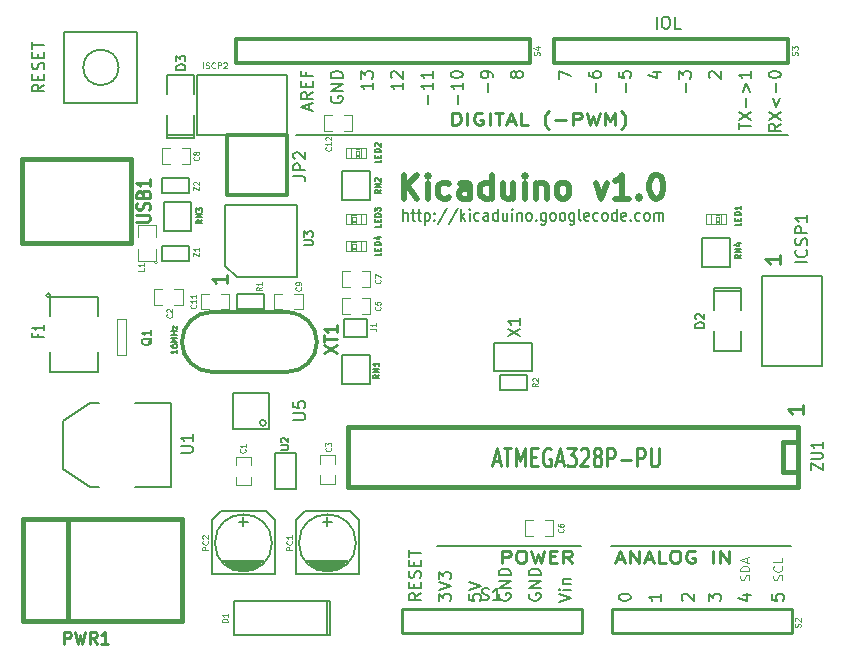
<source format=gto>
G04 (created by PCBNEW (2013-07-07 BZR 4022)-stable) date Sun 28 Jul 2013 12:26:32 PM NZST*
%MOIN*%
G04 Gerber Fmt 3.4, Leading zero omitted, Abs format*
%FSLAX34Y34*%
G01*
G70*
G90*
G04 APERTURE LIST*
%ADD10C,0.00590551*%
%ADD11C,0.008*%
%ADD12C,0.02*%
%ADD13C,0.004*%
%ADD14C,0.005*%
%ADD15C,0.01*%
%ADD16C,0.015*%
%ADD17C,0.0047*%
%ADD18C,0.012*%
%ADD19C,0.0026*%
%ADD20C,0.0125*%
%ADD21C,0.006*%
%ADD22C,0.0039*%
%ADD23C,0.0045*%
%ADD24C,0.01125*%
%ADD25C,0.0043*%
%ADD26C,0.0051*%
G04 APERTURE END LIST*
G54D10*
G54D11*
X22583Y-16661D02*
X22583Y-16261D01*
X22733Y-16661D02*
X22733Y-16452D01*
X22716Y-16414D01*
X22683Y-16395D01*
X22633Y-16395D01*
X22600Y-16414D01*
X22583Y-16433D01*
X22850Y-16395D02*
X22983Y-16395D01*
X22900Y-16261D02*
X22900Y-16604D01*
X22916Y-16642D01*
X22950Y-16661D01*
X22983Y-16661D01*
X23050Y-16395D02*
X23183Y-16395D01*
X23100Y-16261D02*
X23100Y-16604D01*
X23116Y-16642D01*
X23150Y-16661D01*
X23183Y-16661D01*
X23300Y-16395D02*
X23300Y-16795D01*
X23300Y-16414D02*
X23333Y-16395D01*
X23400Y-16395D01*
X23433Y-16414D01*
X23450Y-16433D01*
X23466Y-16471D01*
X23466Y-16585D01*
X23450Y-16623D01*
X23433Y-16642D01*
X23400Y-16661D01*
X23333Y-16661D01*
X23300Y-16642D01*
X23616Y-16623D02*
X23633Y-16642D01*
X23616Y-16661D01*
X23599Y-16642D01*
X23616Y-16623D01*
X23616Y-16661D01*
X23616Y-16414D02*
X23633Y-16433D01*
X23616Y-16452D01*
X23599Y-16433D01*
X23616Y-16414D01*
X23616Y-16452D01*
X24033Y-16242D02*
X23733Y-16757D01*
X24399Y-16242D02*
X24099Y-16757D01*
X24516Y-16661D02*
X24516Y-16261D01*
X24549Y-16509D02*
X24649Y-16661D01*
X24649Y-16395D02*
X24516Y-16547D01*
X24799Y-16661D02*
X24799Y-16395D01*
X24799Y-16261D02*
X24783Y-16280D01*
X24799Y-16300D01*
X24816Y-16280D01*
X24799Y-16261D01*
X24799Y-16300D01*
X25116Y-16642D02*
X25083Y-16661D01*
X25016Y-16661D01*
X24983Y-16642D01*
X24966Y-16623D01*
X24949Y-16585D01*
X24949Y-16471D01*
X24966Y-16433D01*
X24983Y-16414D01*
X25016Y-16395D01*
X25083Y-16395D01*
X25116Y-16414D01*
X25416Y-16661D02*
X25416Y-16452D01*
X25399Y-16414D01*
X25366Y-16395D01*
X25299Y-16395D01*
X25266Y-16414D01*
X25416Y-16642D02*
X25383Y-16661D01*
X25299Y-16661D01*
X25266Y-16642D01*
X25249Y-16604D01*
X25249Y-16566D01*
X25266Y-16528D01*
X25299Y-16509D01*
X25383Y-16509D01*
X25416Y-16490D01*
X25733Y-16661D02*
X25733Y-16261D01*
X25733Y-16642D02*
X25699Y-16661D01*
X25633Y-16661D01*
X25599Y-16642D01*
X25583Y-16623D01*
X25566Y-16585D01*
X25566Y-16471D01*
X25583Y-16433D01*
X25599Y-16414D01*
X25633Y-16395D01*
X25699Y-16395D01*
X25733Y-16414D01*
X26049Y-16395D02*
X26049Y-16661D01*
X25899Y-16395D02*
X25899Y-16604D01*
X25916Y-16642D01*
X25949Y-16661D01*
X25999Y-16661D01*
X26033Y-16642D01*
X26049Y-16623D01*
X26216Y-16661D02*
X26216Y-16395D01*
X26216Y-16261D02*
X26199Y-16280D01*
X26216Y-16300D01*
X26233Y-16280D01*
X26216Y-16261D01*
X26216Y-16300D01*
X26383Y-16395D02*
X26383Y-16661D01*
X26383Y-16433D02*
X26399Y-16414D01*
X26433Y-16395D01*
X26483Y-16395D01*
X26516Y-16414D01*
X26533Y-16452D01*
X26533Y-16661D01*
X26749Y-16661D02*
X26716Y-16642D01*
X26699Y-16623D01*
X26683Y-16585D01*
X26683Y-16471D01*
X26699Y-16433D01*
X26716Y-16414D01*
X26749Y-16395D01*
X26799Y-16395D01*
X26833Y-16414D01*
X26849Y-16433D01*
X26866Y-16471D01*
X26866Y-16585D01*
X26849Y-16623D01*
X26833Y-16642D01*
X26799Y-16661D01*
X26749Y-16661D01*
X27016Y-16623D02*
X27033Y-16642D01*
X27016Y-16661D01*
X26999Y-16642D01*
X27016Y-16623D01*
X27016Y-16661D01*
X27333Y-16395D02*
X27333Y-16719D01*
X27316Y-16757D01*
X27299Y-16776D01*
X27266Y-16795D01*
X27216Y-16795D01*
X27183Y-16776D01*
X27333Y-16642D02*
X27299Y-16661D01*
X27233Y-16661D01*
X27199Y-16642D01*
X27183Y-16623D01*
X27166Y-16585D01*
X27166Y-16471D01*
X27183Y-16433D01*
X27199Y-16414D01*
X27233Y-16395D01*
X27299Y-16395D01*
X27333Y-16414D01*
X27549Y-16661D02*
X27516Y-16642D01*
X27499Y-16623D01*
X27483Y-16585D01*
X27483Y-16471D01*
X27499Y-16433D01*
X27516Y-16414D01*
X27549Y-16395D01*
X27599Y-16395D01*
X27633Y-16414D01*
X27649Y-16433D01*
X27666Y-16471D01*
X27666Y-16585D01*
X27649Y-16623D01*
X27633Y-16642D01*
X27599Y-16661D01*
X27549Y-16661D01*
X27866Y-16661D02*
X27833Y-16642D01*
X27816Y-16623D01*
X27799Y-16585D01*
X27799Y-16471D01*
X27816Y-16433D01*
X27833Y-16414D01*
X27866Y-16395D01*
X27916Y-16395D01*
X27949Y-16414D01*
X27966Y-16433D01*
X27983Y-16471D01*
X27983Y-16585D01*
X27966Y-16623D01*
X27949Y-16642D01*
X27916Y-16661D01*
X27866Y-16661D01*
X28283Y-16395D02*
X28283Y-16719D01*
X28266Y-16757D01*
X28249Y-16776D01*
X28216Y-16795D01*
X28166Y-16795D01*
X28133Y-16776D01*
X28283Y-16642D02*
X28249Y-16661D01*
X28183Y-16661D01*
X28149Y-16642D01*
X28133Y-16623D01*
X28116Y-16585D01*
X28116Y-16471D01*
X28133Y-16433D01*
X28149Y-16414D01*
X28183Y-16395D01*
X28249Y-16395D01*
X28283Y-16414D01*
X28499Y-16661D02*
X28466Y-16642D01*
X28449Y-16604D01*
X28449Y-16261D01*
X28766Y-16642D02*
X28733Y-16661D01*
X28666Y-16661D01*
X28633Y-16642D01*
X28616Y-16604D01*
X28616Y-16452D01*
X28633Y-16414D01*
X28666Y-16395D01*
X28733Y-16395D01*
X28766Y-16414D01*
X28783Y-16452D01*
X28783Y-16490D01*
X28616Y-16528D01*
X29083Y-16642D02*
X29049Y-16661D01*
X28983Y-16661D01*
X28949Y-16642D01*
X28933Y-16623D01*
X28916Y-16585D01*
X28916Y-16471D01*
X28933Y-16433D01*
X28949Y-16414D01*
X28983Y-16395D01*
X29049Y-16395D01*
X29083Y-16414D01*
X29283Y-16661D02*
X29249Y-16642D01*
X29233Y-16623D01*
X29216Y-16585D01*
X29216Y-16471D01*
X29233Y-16433D01*
X29249Y-16414D01*
X29283Y-16395D01*
X29333Y-16395D01*
X29366Y-16414D01*
X29383Y-16433D01*
X29399Y-16471D01*
X29399Y-16585D01*
X29383Y-16623D01*
X29366Y-16642D01*
X29333Y-16661D01*
X29283Y-16661D01*
X29699Y-16661D02*
X29699Y-16261D01*
X29699Y-16642D02*
X29666Y-16661D01*
X29599Y-16661D01*
X29566Y-16642D01*
X29549Y-16623D01*
X29533Y-16585D01*
X29533Y-16471D01*
X29549Y-16433D01*
X29566Y-16414D01*
X29599Y-16395D01*
X29666Y-16395D01*
X29699Y-16414D01*
X29999Y-16642D02*
X29966Y-16661D01*
X29899Y-16661D01*
X29866Y-16642D01*
X29849Y-16604D01*
X29849Y-16452D01*
X29866Y-16414D01*
X29899Y-16395D01*
X29966Y-16395D01*
X29999Y-16414D01*
X30016Y-16452D01*
X30016Y-16490D01*
X29849Y-16528D01*
X30166Y-16623D02*
X30183Y-16642D01*
X30166Y-16661D01*
X30149Y-16642D01*
X30166Y-16623D01*
X30166Y-16661D01*
X30483Y-16642D02*
X30449Y-16661D01*
X30383Y-16661D01*
X30349Y-16642D01*
X30333Y-16623D01*
X30316Y-16585D01*
X30316Y-16471D01*
X30333Y-16433D01*
X30349Y-16414D01*
X30383Y-16395D01*
X30449Y-16395D01*
X30483Y-16414D01*
X30683Y-16661D02*
X30649Y-16642D01*
X30633Y-16623D01*
X30616Y-16585D01*
X30616Y-16471D01*
X30633Y-16433D01*
X30649Y-16414D01*
X30683Y-16395D01*
X30733Y-16395D01*
X30766Y-16414D01*
X30783Y-16433D01*
X30799Y-16471D01*
X30799Y-16585D01*
X30783Y-16623D01*
X30766Y-16642D01*
X30733Y-16661D01*
X30683Y-16661D01*
X30949Y-16661D02*
X30949Y-16395D01*
X30949Y-16433D02*
X30966Y-16414D01*
X30999Y-16395D01*
X31049Y-16395D01*
X31083Y-16414D01*
X31099Y-16452D01*
X31099Y-16661D01*
X31099Y-16452D02*
X31116Y-16414D01*
X31149Y-16395D01*
X31199Y-16395D01*
X31233Y-16414D01*
X31249Y-16452D01*
X31249Y-16661D01*
G54D12*
X22595Y-15923D02*
X22595Y-15123D01*
X23052Y-15923D02*
X22709Y-15466D01*
X23052Y-15123D02*
X22595Y-15580D01*
X23395Y-15923D02*
X23395Y-15390D01*
X23395Y-15123D02*
X23357Y-15161D01*
X23395Y-15200D01*
X23433Y-15161D01*
X23395Y-15123D01*
X23395Y-15200D01*
X24119Y-15885D02*
X24042Y-15923D01*
X23890Y-15923D01*
X23814Y-15885D01*
X23776Y-15847D01*
X23738Y-15771D01*
X23738Y-15542D01*
X23776Y-15466D01*
X23814Y-15428D01*
X23890Y-15390D01*
X24042Y-15390D01*
X24119Y-15428D01*
X24804Y-15923D02*
X24804Y-15504D01*
X24766Y-15428D01*
X24690Y-15390D01*
X24538Y-15390D01*
X24461Y-15428D01*
X24804Y-15885D02*
X24728Y-15923D01*
X24538Y-15923D01*
X24461Y-15885D01*
X24423Y-15809D01*
X24423Y-15733D01*
X24461Y-15657D01*
X24538Y-15619D01*
X24728Y-15619D01*
X24804Y-15580D01*
X25528Y-15923D02*
X25528Y-15123D01*
X25528Y-15885D02*
X25452Y-15923D01*
X25300Y-15923D01*
X25223Y-15885D01*
X25185Y-15847D01*
X25147Y-15771D01*
X25147Y-15542D01*
X25185Y-15466D01*
X25223Y-15428D01*
X25300Y-15390D01*
X25452Y-15390D01*
X25528Y-15428D01*
X26252Y-15390D02*
X26252Y-15923D01*
X25909Y-15390D02*
X25909Y-15809D01*
X25947Y-15885D01*
X26023Y-15923D01*
X26138Y-15923D01*
X26214Y-15885D01*
X26252Y-15847D01*
X26633Y-15923D02*
X26633Y-15390D01*
X26633Y-15123D02*
X26595Y-15161D01*
X26633Y-15200D01*
X26671Y-15161D01*
X26633Y-15123D01*
X26633Y-15200D01*
X27014Y-15390D02*
X27014Y-15923D01*
X27014Y-15466D02*
X27052Y-15428D01*
X27128Y-15390D01*
X27242Y-15390D01*
X27319Y-15428D01*
X27357Y-15504D01*
X27357Y-15923D01*
X27852Y-15923D02*
X27776Y-15885D01*
X27738Y-15847D01*
X27700Y-15771D01*
X27700Y-15542D01*
X27738Y-15466D01*
X27776Y-15428D01*
X27852Y-15390D01*
X27966Y-15390D01*
X28042Y-15428D01*
X28080Y-15466D01*
X28119Y-15542D01*
X28119Y-15771D01*
X28080Y-15847D01*
X28042Y-15885D01*
X27966Y-15923D01*
X27852Y-15923D01*
X28995Y-15390D02*
X29185Y-15923D01*
X29376Y-15390D01*
X30099Y-15923D02*
X29642Y-15923D01*
X29871Y-15923D02*
X29871Y-15123D01*
X29795Y-15238D01*
X29719Y-15314D01*
X29642Y-15352D01*
X30442Y-15847D02*
X30480Y-15885D01*
X30442Y-15923D01*
X30404Y-15885D01*
X30442Y-15847D01*
X30442Y-15923D01*
X30976Y-15123D02*
X31052Y-15123D01*
X31128Y-15161D01*
X31166Y-15200D01*
X31204Y-15276D01*
X31242Y-15428D01*
X31242Y-15619D01*
X31204Y-15771D01*
X31166Y-15847D01*
X31128Y-15885D01*
X31052Y-15923D01*
X30976Y-15923D01*
X30899Y-15885D01*
X30861Y-15847D01*
X30823Y-15771D01*
X30785Y-15619D01*
X30785Y-15428D01*
X30823Y-15276D01*
X30861Y-15200D01*
X30899Y-15161D01*
X30976Y-15123D01*
G54D13*
X35207Y-28642D02*
X35221Y-28600D01*
X35221Y-28528D01*
X35207Y-28500D01*
X35192Y-28485D01*
X35164Y-28471D01*
X35135Y-28471D01*
X35107Y-28485D01*
X35092Y-28500D01*
X35078Y-28528D01*
X35064Y-28585D01*
X35050Y-28614D01*
X35035Y-28628D01*
X35007Y-28642D01*
X34978Y-28642D01*
X34950Y-28628D01*
X34935Y-28614D01*
X34921Y-28585D01*
X34921Y-28514D01*
X34935Y-28471D01*
X35192Y-28171D02*
X35207Y-28185D01*
X35221Y-28228D01*
X35221Y-28257D01*
X35207Y-28300D01*
X35178Y-28328D01*
X35150Y-28342D01*
X35092Y-28357D01*
X35050Y-28357D01*
X34992Y-28342D01*
X34964Y-28328D01*
X34935Y-28300D01*
X34921Y-28257D01*
X34921Y-28228D01*
X34935Y-28185D01*
X34950Y-28171D01*
X35221Y-27900D02*
X35221Y-28042D01*
X34921Y-28042D01*
X34107Y-28642D02*
X34121Y-28600D01*
X34121Y-28528D01*
X34107Y-28500D01*
X34092Y-28485D01*
X34064Y-28471D01*
X34035Y-28471D01*
X34007Y-28485D01*
X33992Y-28500D01*
X33978Y-28528D01*
X33964Y-28585D01*
X33950Y-28614D01*
X33935Y-28628D01*
X33907Y-28642D01*
X33878Y-28642D01*
X33850Y-28628D01*
X33835Y-28614D01*
X33821Y-28585D01*
X33821Y-28514D01*
X33835Y-28471D01*
X34121Y-28342D02*
X33821Y-28342D01*
X33821Y-28271D01*
X33835Y-28228D01*
X33864Y-28200D01*
X33892Y-28185D01*
X33950Y-28171D01*
X33992Y-28171D01*
X34050Y-28185D01*
X34078Y-28200D01*
X34107Y-28228D01*
X34121Y-28271D01*
X34121Y-28342D01*
X34035Y-28057D02*
X34035Y-27914D01*
X34121Y-28085D02*
X33821Y-27985D01*
X34121Y-27885D01*
G54D14*
X28500Y-27500D02*
X23700Y-27500D01*
G54D15*
X25871Y-28061D02*
X25871Y-27661D01*
X26061Y-27661D01*
X26109Y-27680D01*
X26133Y-27700D01*
X26157Y-27738D01*
X26157Y-27795D01*
X26133Y-27833D01*
X26109Y-27852D01*
X26061Y-27871D01*
X25871Y-27871D01*
X26466Y-27661D02*
X26561Y-27661D01*
X26609Y-27680D01*
X26657Y-27719D01*
X26680Y-27795D01*
X26680Y-27928D01*
X26657Y-28004D01*
X26609Y-28042D01*
X26561Y-28061D01*
X26466Y-28061D01*
X26419Y-28042D01*
X26371Y-28004D01*
X26347Y-27928D01*
X26347Y-27795D01*
X26371Y-27719D01*
X26419Y-27680D01*
X26466Y-27661D01*
X26847Y-27661D02*
X26966Y-28061D01*
X27061Y-27776D01*
X27157Y-28061D01*
X27276Y-27661D01*
X27466Y-27852D02*
X27633Y-27852D01*
X27704Y-28061D02*
X27466Y-28061D01*
X27466Y-27661D01*
X27704Y-27661D01*
X28204Y-28061D02*
X28038Y-27871D01*
X27919Y-28061D02*
X27919Y-27661D01*
X28109Y-27661D01*
X28157Y-27680D01*
X28180Y-27700D01*
X28204Y-27738D01*
X28204Y-27795D01*
X28180Y-27833D01*
X28157Y-27852D01*
X28109Y-27871D01*
X27919Y-27871D01*
G54D14*
X29500Y-27500D02*
X35500Y-27500D01*
G54D15*
X29695Y-27947D02*
X29933Y-27947D01*
X29647Y-28061D02*
X29814Y-27661D01*
X29980Y-28061D01*
X30147Y-28061D02*
X30147Y-27661D01*
X30433Y-28061D01*
X30433Y-27661D01*
X30647Y-27947D02*
X30885Y-27947D01*
X30599Y-28061D02*
X30766Y-27661D01*
X30933Y-28061D01*
X31338Y-28061D02*
X31099Y-28061D01*
X31099Y-27661D01*
X31599Y-27661D02*
X31695Y-27661D01*
X31742Y-27680D01*
X31790Y-27719D01*
X31814Y-27795D01*
X31814Y-27928D01*
X31790Y-28004D01*
X31742Y-28042D01*
X31695Y-28061D01*
X31599Y-28061D01*
X31552Y-28042D01*
X31504Y-28004D01*
X31480Y-27928D01*
X31480Y-27795D01*
X31504Y-27719D01*
X31552Y-27680D01*
X31599Y-27661D01*
X32290Y-27680D02*
X32242Y-27661D01*
X32171Y-27661D01*
X32099Y-27680D01*
X32052Y-27719D01*
X32028Y-27757D01*
X32004Y-27833D01*
X32004Y-27890D01*
X32028Y-27966D01*
X32052Y-28004D01*
X32099Y-28042D01*
X32171Y-28061D01*
X32219Y-28061D01*
X32290Y-28042D01*
X32314Y-28023D01*
X32314Y-27890D01*
X32219Y-27890D01*
X32909Y-28061D02*
X32909Y-27661D01*
X33147Y-28061D02*
X33147Y-27661D01*
X33433Y-28061D01*
X33433Y-27661D01*
G54D14*
X35400Y-13800D02*
X19000Y-13800D01*
G54D15*
X24219Y-13461D02*
X24219Y-13061D01*
X24338Y-13061D01*
X24409Y-13080D01*
X24457Y-13119D01*
X24480Y-13157D01*
X24504Y-13233D01*
X24504Y-13290D01*
X24480Y-13366D01*
X24457Y-13404D01*
X24409Y-13442D01*
X24338Y-13461D01*
X24219Y-13461D01*
X24719Y-13461D02*
X24719Y-13061D01*
X25219Y-13080D02*
X25171Y-13061D01*
X25100Y-13061D01*
X25028Y-13080D01*
X24980Y-13119D01*
X24957Y-13157D01*
X24933Y-13233D01*
X24933Y-13290D01*
X24957Y-13366D01*
X24980Y-13404D01*
X25028Y-13442D01*
X25100Y-13461D01*
X25147Y-13461D01*
X25219Y-13442D01*
X25242Y-13423D01*
X25242Y-13290D01*
X25147Y-13290D01*
X25457Y-13461D02*
X25457Y-13061D01*
X25623Y-13061D02*
X25909Y-13061D01*
X25766Y-13461D02*
X25766Y-13061D01*
X26052Y-13347D02*
X26290Y-13347D01*
X26004Y-13461D02*
X26171Y-13061D01*
X26338Y-13461D01*
X26742Y-13461D02*
X26504Y-13461D01*
X26504Y-13061D01*
X27433Y-13614D02*
X27409Y-13595D01*
X27361Y-13538D01*
X27338Y-13500D01*
X27314Y-13442D01*
X27290Y-13347D01*
X27290Y-13271D01*
X27314Y-13176D01*
X27338Y-13119D01*
X27361Y-13080D01*
X27409Y-13023D01*
X27433Y-13004D01*
X27623Y-13309D02*
X28004Y-13309D01*
X28242Y-13461D02*
X28242Y-13061D01*
X28433Y-13061D01*
X28480Y-13080D01*
X28504Y-13100D01*
X28528Y-13138D01*
X28528Y-13195D01*
X28504Y-13233D01*
X28480Y-13252D01*
X28433Y-13271D01*
X28242Y-13271D01*
X28695Y-13061D02*
X28814Y-13461D01*
X28909Y-13176D01*
X29004Y-13461D01*
X29123Y-13061D01*
X29314Y-13461D02*
X29314Y-13061D01*
X29480Y-13347D01*
X29647Y-13061D01*
X29647Y-13461D01*
X29838Y-13614D02*
X29861Y-13595D01*
X29909Y-13538D01*
X29933Y-13500D01*
X29957Y-13442D01*
X29980Y-13347D01*
X29980Y-13271D01*
X29957Y-13176D01*
X29933Y-13119D01*
X29909Y-13080D01*
X29861Y-13023D01*
X29838Y-13004D01*
G54D11*
X23161Y-29076D02*
X22971Y-29209D01*
X23161Y-29304D02*
X22761Y-29304D01*
X22761Y-29152D01*
X22780Y-29114D01*
X22800Y-29095D01*
X22838Y-29076D01*
X22895Y-29076D01*
X22933Y-29095D01*
X22952Y-29114D01*
X22971Y-29152D01*
X22971Y-29304D01*
X22952Y-28904D02*
X22952Y-28771D01*
X23161Y-28714D02*
X23161Y-28904D01*
X22761Y-28904D01*
X22761Y-28714D01*
X23142Y-28561D02*
X23161Y-28504D01*
X23161Y-28409D01*
X23142Y-28371D01*
X23123Y-28352D01*
X23085Y-28333D01*
X23047Y-28333D01*
X23009Y-28352D01*
X22990Y-28371D01*
X22971Y-28409D01*
X22952Y-28485D01*
X22933Y-28523D01*
X22914Y-28542D01*
X22876Y-28561D01*
X22838Y-28561D01*
X22800Y-28542D01*
X22780Y-28523D01*
X22761Y-28485D01*
X22761Y-28390D01*
X22780Y-28333D01*
X22952Y-28161D02*
X22952Y-28028D01*
X23161Y-27971D02*
X23161Y-28161D01*
X22761Y-28161D01*
X22761Y-27971D01*
X22761Y-27857D02*
X22761Y-27628D01*
X23161Y-27742D02*
X22761Y-27742D01*
X23761Y-29342D02*
X23761Y-29095D01*
X23914Y-29228D01*
X23914Y-29171D01*
X23933Y-29133D01*
X23952Y-29114D01*
X23990Y-29095D01*
X24085Y-29095D01*
X24123Y-29114D01*
X24142Y-29133D01*
X24161Y-29171D01*
X24161Y-29285D01*
X24142Y-29323D01*
X24123Y-29342D01*
X23761Y-28980D02*
X24161Y-28847D01*
X23761Y-28714D01*
X23761Y-28619D02*
X23761Y-28371D01*
X23914Y-28504D01*
X23914Y-28447D01*
X23933Y-28409D01*
X23952Y-28390D01*
X23990Y-28371D01*
X24085Y-28371D01*
X24123Y-28390D01*
X24142Y-28409D01*
X24161Y-28447D01*
X24161Y-28561D01*
X24142Y-28600D01*
X24123Y-28619D01*
X24761Y-29114D02*
X24761Y-29304D01*
X24952Y-29323D01*
X24933Y-29304D01*
X24914Y-29266D01*
X24914Y-29171D01*
X24933Y-29133D01*
X24952Y-29114D01*
X24990Y-29095D01*
X25085Y-29095D01*
X25123Y-29114D01*
X25142Y-29133D01*
X25161Y-29171D01*
X25161Y-29266D01*
X25142Y-29304D01*
X25123Y-29323D01*
X24761Y-28980D02*
X25161Y-28847D01*
X24761Y-28714D01*
X25780Y-29095D02*
X25761Y-29133D01*
X25761Y-29190D01*
X25780Y-29247D01*
X25819Y-29285D01*
X25857Y-29304D01*
X25933Y-29323D01*
X25990Y-29323D01*
X26066Y-29304D01*
X26104Y-29285D01*
X26142Y-29247D01*
X26161Y-29190D01*
X26161Y-29152D01*
X26142Y-29095D01*
X26123Y-29076D01*
X25990Y-29076D01*
X25990Y-29152D01*
X26161Y-28904D02*
X25761Y-28904D01*
X26161Y-28676D01*
X25761Y-28676D01*
X26161Y-28485D02*
X25761Y-28485D01*
X25761Y-28390D01*
X25780Y-28333D01*
X25819Y-28295D01*
X25857Y-28276D01*
X25933Y-28257D01*
X25990Y-28257D01*
X26066Y-28276D01*
X26104Y-28295D01*
X26142Y-28333D01*
X26161Y-28390D01*
X26161Y-28485D01*
X26780Y-29095D02*
X26761Y-29133D01*
X26761Y-29190D01*
X26780Y-29247D01*
X26819Y-29285D01*
X26857Y-29304D01*
X26933Y-29323D01*
X26990Y-29323D01*
X27066Y-29304D01*
X27104Y-29285D01*
X27142Y-29247D01*
X27161Y-29190D01*
X27161Y-29152D01*
X27142Y-29095D01*
X27123Y-29076D01*
X26990Y-29076D01*
X26990Y-29152D01*
X27161Y-28904D02*
X26761Y-28904D01*
X27161Y-28676D01*
X26761Y-28676D01*
X27161Y-28485D02*
X26761Y-28485D01*
X26761Y-28390D01*
X26780Y-28333D01*
X26819Y-28295D01*
X26857Y-28276D01*
X26933Y-28257D01*
X26990Y-28257D01*
X27066Y-28276D01*
X27104Y-28295D01*
X27142Y-28333D01*
X27161Y-28390D01*
X27161Y-28485D01*
X27761Y-29361D02*
X28161Y-29228D01*
X27761Y-29095D01*
X28161Y-28961D02*
X27895Y-28961D01*
X27761Y-28961D02*
X27780Y-28980D01*
X27800Y-28961D01*
X27780Y-28942D01*
X27761Y-28961D01*
X27800Y-28961D01*
X27895Y-28771D02*
X28161Y-28771D01*
X27933Y-28771D02*
X27914Y-28752D01*
X27895Y-28714D01*
X27895Y-28657D01*
X27914Y-28619D01*
X27952Y-28600D01*
X28161Y-28600D01*
X29761Y-29228D02*
X29761Y-29190D01*
X29780Y-29152D01*
X29800Y-29133D01*
X29838Y-29114D01*
X29914Y-29095D01*
X30009Y-29095D01*
X30085Y-29114D01*
X30123Y-29133D01*
X30142Y-29152D01*
X30161Y-29190D01*
X30161Y-29228D01*
X30142Y-29266D01*
X30123Y-29285D01*
X30085Y-29304D01*
X30009Y-29323D01*
X29914Y-29323D01*
X29838Y-29304D01*
X29800Y-29285D01*
X29780Y-29266D01*
X29761Y-29228D01*
X31161Y-29095D02*
X31161Y-29323D01*
X31161Y-29209D02*
X30761Y-29209D01*
X30819Y-29247D01*
X30857Y-29285D01*
X30876Y-29323D01*
X31900Y-29323D02*
X31880Y-29304D01*
X31861Y-29266D01*
X31861Y-29171D01*
X31880Y-29133D01*
X31900Y-29114D01*
X31938Y-29095D01*
X31976Y-29095D01*
X32033Y-29114D01*
X32261Y-29342D01*
X32261Y-29095D01*
X32761Y-29342D02*
X32761Y-29095D01*
X32914Y-29228D01*
X32914Y-29171D01*
X32933Y-29133D01*
X32952Y-29114D01*
X32990Y-29095D01*
X33085Y-29095D01*
X33123Y-29114D01*
X33142Y-29133D01*
X33161Y-29171D01*
X33161Y-29285D01*
X33142Y-29323D01*
X33123Y-29342D01*
X33895Y-29133D02*
X34161Y-29133D01*
X33742Y-29228D02*
X34028Y-29323D01*
X34028Y-29076D01*
X34861Y-29114D02*
X34861Y-29304D01*
X35052Y-29323D01*
X35033Y-29304D01*
X35014Y-29266D01*
X35014Y-29171D01*
X35033Y-29133D01*
X35052Y-29114D01*
X35090Y-29095D01*
X35185Y-29095D01*
X35223Y-29114D01*
X35242Y-29133D01*
X35261Y-29171D01*
X35261Y-29266D01*
X35242Y-29304D01*
X35223Y-29323D01*
X35161Y-13428D02*
X34971Y-13561D01*
X35161Y-13657D02*
X34761Y-13657D01*
X34761Y-13504D01*
X34780Y-13466D01*
X34800Y-13447D01*
X34838Y-13428D01*
X34895Y-13428D01*
X34933Y-13447D01*
X34952Y-13466D01*
X34971Y-13504D01*
X34971Y-13657D01*
X34761Y-13295D02*
X35161Y-13028D01*
X34761Y-13028D02*
X35161Y-13295D01*
X34895Y-12571D02*
X35009Y-12876D01*
X35123Y-12571D01*
X35009Y-12380D02*
X35009Y-12076D01*
X34761Y-11809D02*
X34761Y-11771D01*
X34780Y-11733D01*
X34800Y-11714D01*
X34838Y-11695D01*
X34914Y-11676D01*
X35009Y-11676D01*
X35085Y-11695D01*
X35123Y-11714D01*
X35142Y-11733D01*
X35161Y-11771D01*
X35161Y-11809D01*
X35142Y-11847D01*
X35123Y-11866D01*
X35085Y-11885D01*
X35009Y-11904D01*
X34914Y-11904D01*
X34838Y-11885D01*
X34800Y-11866D01*
X34780Y-11847D01*
X34761Y-11809D01*
X33761Y-13619D02*
X33761Y-13390D01*
X34161Y-13504D02*
X33761Y-13504D01*
X33761Y-13295D02*
X34161Y-13028D01*
X33761Y-13028D02*
X34161Y-13295D01*
X34009Y-12876D02*
X34009Y-12571D01*
X33895Y-12380D02*
X34009Y-12076D01*
X34123Y-12380D01*
X34161Y-11676D02*
X34161Y-11904D01*
X34161Y-11790D02*
X33761Y-11790D01*
X33819Y-11828D01*
X33857Y-11866D01*
X33876Y-11904D01*
X32800Y-11904D02*
X32780Y-11885D01*
X32761Y-11847D01*
X32761Y-11752D01*
X32780Y-11714D01*
X32800Y-11695D01*
X32838Y-11676D01*
X32876Y-11676D01*
X32933Y-11695D01*
X33161Y-11923D01*
X33161Y-11676D01*
X32009Y-12380D02*
X32009Y-12076D01*
X31761Y-11923D02*
X31761Y-11676D01*
X31914Y-11809D01*
X31914Y-11752D01*
X31933Y-11714D01*
X31952Y-11695D01*
X31990Y-11676D01*
X32085Y-11676D01*
X32123Y-11695D01*
X32142Y-11714D01*
X32161Y-11752D01*
X32161Y-11866D01*
X32142Y-11904D01*
X32123Y-11923D01*
X30895Y-11714D02*
X31161Y-11714D01*
X30742Y-11809D02*
X31028Y-11904D01*
X31028Y-11657D01*
X30009Y-12380D02*
X30009Y-12076D01*
X29761Y-11695D02*
X29761Y-11885D01*
X29952Y-11904D01*
X29933Y-11885D01*
X29914Y-11847D01*
X29914Y-11752D01*
X29933Y-11714D01*
X29952Y-11695D01*
X29990Y-11676D01*
X30085Y-11676D01*
X30123Y-11695D01*
X30142Y-11714D01*
X30161Y-11752D01*
X30161Y-11847D01*
X30142Y-11885D01*
X30123Y-11904D01*
X29009Y-12380D02*
X29009Y-12076D01*
X28761Y-11714D02*
X28761Y-11790D01*
X28780Y-11828D01*
X28800Y-11847D01*
X28857Y-11885D01*
X28933Y-11904D01*
X29085Y-11904D01*
X29123Y-11885D01*
X29142Y-11866D01*
X29161Y-11828D01*
X29161Y-11752D01*
X29142Y-11714D01*
X29123Y-11695D01*
X29085Y-11676D01*
X28990Y-11676D01*
X28952Y-11695D01*
X28933Y-11714D01*
X28914Y-11752D01*
X28914Y-11828D01*
X28933Y-11866D01*
X28952Y-11885D01*
X28990Y-11904D01*
X27761Y-11923D02*
X27761Y-11657D01*
X28161Y-11828D01*
X26333Y-11828D02*
X26314Y-11866D01*
X26295Y-11885D01*
X26257Y-11904D01*
X26238Y-11904D01*
X26200Y-11885D01*
X26180Y-11866D01*
X26161Y-11828D01*
X26161Y-11752D01*
X26180Y-11714D01*
X26200Y-11695D01*
X26238Y-11676D01*
X26257Y-11676D01*
X26295Y-11695D01*
X26314Y-11714D01*
X26333Y-11752D01*
X26333Y-11828D01*
X26352Y-11866D01*
X26371Y-11885D01*
X26409Y-11904D01*
X26485Y-11904D01*
X26523Y-11885D01*
X26542Y-11866D01*
X26561Y-11828D01*
X26561Y-11752D01*
X26542Y-11714D01*
X26523Y-11695D01*
X26485Y-11676D01*
X26409Y-11676D01*
X26371Y-11695D01*
X26352Y-11714D01*
X26333Y-11752D01*
X25409Y-12380D02*
X25409Y-12076D01*
X25561Y-11866D02*
X25561Y-11790D01*
X25542Y-11752D01*
X25523Y-11733D01*
X25466Y-11695D01*
X25390Y-11676D01*
X25238Y-11676D01*
X25200Y-11695D01*
X25180Y-11714D01*
X25161Y-11752D01*
X25161Y-11828D01*
X25180Y-11866D01*
X25200Y-11885D01*
X25238Y-11904D01*
X25333Y-11904D01*
X25371Y-11885D01*
X25390Y-11866D01*
X25409Y-11828D01*
X25409Y-11752D01*
X25390Y-11714D01*
X25371Y-11695D01*
X25333Y-11676D01*
X24409Y-12761D02*
X24409Y-12457D01*
X24561Y-12057D02*
X24561Y-12285D01*
X24561Y-12171D02*
X24161Y-12171D01*
X24219Y-12209D01*
X24257Y-12247D01*
X24276Y-12285D01*
X24161Y-11809D02*
X24161Y-11771D01*
X24180Y-11733D01*
X24200Y-11714D01*
X24238Y-11695D01*
X24314Y-11676D01*
X24409Y-11676D01*
X24485Y-11695D01*
X24523Y-11714D01*
X24542Y-11733D01*
X24561Y-11771D01*
X24561Y-11809D01*
X24542Y-11847D01*
X24523Y-11866D01*
X24485Y-11885D01*
X24409Y-11904D01*
X24314Y-11904D01*
X24238Y-11885D01*
X24200Y-11866D01*
X24180Y-11847D01*
X24161Y-11809D01*
X23409Y-12761D02*
X23409Y-12457D01*
X23561Y-12057D02*
X23561Y-12285D01*
X23561Y-12171D02*
X23161Y-12171D01*
X23219Y-12209D01*
X23257Y-12247D01*
X23276Y-12285D01*
X23561Y-11676D02*
X23561Y-11904D01*
X23561Y-11790D02*
X23161Y-11790D01*
X23219Y-11828D01*
X23257Y-11866D01*
X23276Y-11904D01*
X22561Y-12057D02*
X22561Y-12285D01*
X22561Y-12171D02*
X22161Y-12171D01*
X22219Y-12209D01*
X22257Y-12247D01*
X22276Y-12285D01*
X22200Y-11904D02*
X22180Y-11885D01*
X22161Y-11847D01*
X22161Y-11752D01*
X22180Y-11714D01*
X22200Y-11695D01*
X22238Y-11676D01*
X22276Y-11676D01*
X22333Y-11695D01*
X22561Y-11923D01*
X22561Y-11676D01*
X21561Y-12057D02*
X21561Y-12285D01*
X21561Y-12171D02*
X21161Y-12171D01*
X21219Y-12209D01*
X21257Y-12247D01*
X21276Y-12285D01*
X21161Y-11923D02*
X21161Y-11676D01*
X21314Y-11809D01*
X21314Y-11752D01*
X21333Y-11714D01*
X21352Y-11695D01*
X21390Y-11676D01*
X21485Y-11676D01*
X21523Y-11695D01*
X21542Y-11714D01*
X21561Y-11752D01*
X21561Y-11866D01*
X21542Y-11904D01*
X21523Y-11923D01*
X20180Y-12514D02*
X20161Y-12552D01*
X20161Y-12609D01*
X20180Y-12666D01*
X20219Y-12704D01*
X20257Y-12723D01*
X20333Y-12742D01*
X20390Y-12742D01*
X20466Y-12723D01*
X20504Y-12704D01*
X20542Y-12666D01*
X20561Y-12609D01*
X20561Y-12571D01*
X20542Y-12514D01*
X20523Y-12495D01*
X20390Y-12495D01*
X20390Y-12571D01*
X20561Y-12323D02*
X20161Y-12323D01*
X20561Y-12095D01*
X20161Y-12095D01*
X20561Y-11904D02*
X20161Y-11904D01*
X20161Y-11809D01*
X20180Y-11752D01*
X20219Y-11714D01*
X20257Y-11695D01*
X20333Y-11676D01*
X20390Y-11676D01*
X20466Y-11695D01*
X20504Y-11714D01*
X20542Y-11752D01*
X20561Y-11809D01*
X20561Y-11904D01*
X19447Y-12971D02*
X19447Y-12780D01*
X19561Y-13009D02*
X19161Y-12876D01*
X19561Y-12742D01*
X19561Y-12380D02*
X19371Y-12514D01*
X19561Y-12609D02*
X19161Y-12609D01*
X19161Y-12457D01*
X19180Y-12419D01*
X19200Y-12400D01*
X19238Y-12380D01*
X19295Y-12380D01*
X19333Y-12400D01*
X19352Y-12419D01*
X19371Y-12457D01*
X19371Y-12609D01*
X19352Y-12209D02*
X19352Y-12076D01*
X19561Y-12019D02*
X19561Y-12209D01*
X19161Y-12209D01*
X19161Y-12019D01*
X19352Y-11714D02*
X19352Y-11847D01*
X19561Y-11847D02*
X19161Y-11847D01*
X19161Y-11657D01*
G54D15*
X35902Y-22807D02*
X35902Y-23092D01*
X35902Y-22950D02*
X35402Y-22950D01*
X35473Y-22997D01*
X35521Y-23045D01*
X35545Y-23092D01*
X16702Y-18457D02*
X16702Y-18742D01*
X16702Y-18600D02*
X16202Y-18600D01*
X16273Y-18647D01*
X16321Y-18695D01*
X16345Y-18742D01*
X35152Y-17807D02*
X35152Y-18092D01*
X35152Y-17950D02*
X34652Y-17950D01*
X34723Y-17997D01*
X34771Y-18045D01*
X34795Y-18092D01*
G54D11*
X15700Y-11800D02*
X18700Y-11800D01*
X18700Y-13800D02*
X15700Y-13800D01*
X15700Y-13800D02*
X15700Y-11800D01*
X18700Y-11800D02*
X18700Y-13800D01*
G54D16*
X13505Y-17398D02*
X13505Y-14602D01*
X13505Y-14602D02*
X9883Y-14602D01*
X9883Y-14602D02*
X9883Y-17398D01*
X9883Y-17398D02*
X13505Y-17398D01*
G54D10*
X13090Y-11550D02*
G75*
G03X13090Y-11550I-590J0D01*
G74*
G01*
X11279Y-10368D02*
X13720Y-10368D01*
X13720Y-10368D02*
X13720Y-12731D01*
X13720Y-12731D02*
X11279Y-12731D01*
X11279Y-12731D02*
X11279Y-10368D01*
G54D14*
X19000Y-25600D02*
X18300Y-25600D01*
X18300Y-25600D02*
X18300Y-24400D01*
X18300Y-24400D02*
X19000Y-24400D01*
X19000Y-24400D02*
X19000Y-25600D01*
G54D11*
X13650Y-25550D02*
X14850Y-25550D01*
X14850Y-25550D02*
X14850Y-22750D01*
X14850Y-22750D02*
X13650Y-22750D01*
X12450Y-25550D02*
X12150Y-25550D01*
X12150Y-25550D02*
X11250Y-24950D01*
X11250Y-24950D02*
X11250Y-23350D01*
X11250Y-23350D02*
X12150Y-22750D01*
X12150Y-22750D02*
X12450Y-22750D01*
G54D14*
X10820Y-19150D02*
G75*
G03X10820Y-19150I-70J0D01*
G74*
G01*
X10800Y-21050D02*
X10800Y-21700D01*
X10800Y-21700D02*
X12400Y-21700D01*
X12400Y-21700D02*
X12400Y-21050D01*
X12400Y-19850D02*
X12400Y-19200D01*
X12400Y-19200D02*
X10800Y-19200D01*
X10800Y-19200D02*
X10800Y-19850D01*
X33850Y-19000D02*
X33850Y-18900D01*
X33850Y-18900D02*
X32950Y-18900D01*
X32950Y-18900D02*
X32950Y-19000D01*
X33850Y-19000D02*
X32950Y-19000D01*
X32950Y-19000D02*
X32950Y-19650D01*
X33850Y-20350D02*
X33850Y-21000D01*
X33850Y-21000D02*
X32950Y-21000D01*
X32950Y-21000D02*
X32950Y-20350D01*
X33850Y-19650D02*
X33850Y-19000D01*
X14700Y-13800D02*
X14700Y-13900D01*
X14700Y-13900D02*
X15600Y-13900D01*
X15600Y-13900D02*
X15600Y-13800D01*
X14700Y-13800D02*
X15600Y-13800D01*
X15600Y-13800D02*
X15600Y-13150D01*
X14700Y-12450D02*
X14700Y-11800D01*
X14700Y-11800D02*
X15600Y-11800D01*
X15600Y-11800D02*
X15600Y-12450D01*
X14700Y-13150D02*
X14700Y-13800D01*
G54D17*
X21197Y-19756D02*
X21472Y-19756D01*
X20803Y-19756D02*
X20528Y-19756D01*
X21197Y-19244D02*
X21472Y-19244D01*
X20528Y-19244D02*
X20803Y-19244D01*
X21472Y-19250D02*
X21472Y-19750D01*
X20528Y-19750D02*
X20528Y-19250D01*
X21197Y-18856D02*
X21472Y-18856D01*
X20803Y-18856D02*
X20528Y-18856D01*
X21197Y-18344D02*
X21472Y-18344D01*
X20528Y-18344D02*
X20803Y-18344D01*
X21472Y-18350D02*
X21472Y-18850D01*
X20528Y-18850D02*
X20528Y-18350D01*
X14803Y-14244D02*
X14528Y-14244D01*
X15197Y-14244D02*
X15472Y-14244D01*
X14803Y-14756D02*
X14528Y-14756D01*
X15472Y-14756D02*
X15197Y-14756D01*
X14528Y-14750D02*
X14528Y-14250D01*
X15472Y-14250D02*
X15472Y-14750D01*
X17506Y-24803D02*
X17506Y-24528D01*
X17506Y-25197D02*
X17506Y-25472D01*
X16994Y-24803D02*
X16994Y-24528D01*
X16994Y-25472D02*
X16994Y-25197D01*
X17000Y-24528D02*
X17500Y-24528D01*
X17500Y-25472D02*
X17000Y-25472D01*
X18947Y-19606D02*
X19222Y-19606D01*
X18553Y-19606D02*
X18278Y-19606D01*
X18947Y-19094D02*
X19222Y-19094D01*
X18278Y-19094D02*
X18553Y-19094D01*
X19222Y-19100D02*
X19222Y-19600D01*
X18278Y-19600D02*
X18278Y-19100D01*
X19794Y-25147D02*
X19794Y-25422D01*
X19794Y-24753D02*
X19794Y-24478D01*
X20306Y-25147D02*
X20306Y-25422D01*
X20306Y-24478D02*
X20306Y-24753D01*
X20300Y-25422D02*
X19800Y-25422D01*
X19800Y-24478D02*
X20300Y-24478D01*
X14947Y-19456D02*
X15222Y-19456D01*
X14553Y-19456D02*
X14278Y-19456D01*
X14947Y-18944D02*
X15222Y-18944D01*
X14278Y-18944D02*
X14553Y-18944D01*
X15222Y-18950D02*
X15222Y-19450D01*
X14278Y-19450D02*
X14278Y-18950D01*
X27297Y-27156D02*
X27572Y-27156D01*
X26903Y-27156D02*
X26628Y-27156D01*
X27297Y-26644D02*
X27572Y-26644D01*
X26628Y-26644D02*
X26903Y-26644D01*
X27572Y-26650D02*
X27572Y-27150D01*
X26628Y-27150D02*
X26628Y-26650D01*
X16103Y-19094D02*
X15828Y-19094D01*
X16497Y-19094D02*
X16772Y-19094D01*
X16103Y-19606D02*
X15828Y-19606D01*
X16772Y-19606D02*
X16497Y-19606D01*
X15828Y-19600D02*
X15828Y-19100D01*
X16772Y-19100D02*
X16772Y-19600D01*
G54D14*
X15450Y-15750D02*
X14550Y-15750D01*
X14550Y-15750D02*
X14550Y-15250D01*
X14550Y-15250D02*
X15450Y-15250D01*
X15450Y-15250D02*
X15450Y-15750D01*
X15450Y-18000D02*
X14550Y-18000D01*
X14550Y-18000D02*
X14550Y-17500D01*
X14550Y-17500D02*
X15450Y-17500D01*
X15450Y-17500D02*
X15450Y-18000D01*
X25800Y-21800D02*
X26700Y-21800D01*
X26700Y-21800D02*
X26700Y-22300D01*
X26700Y-22300D02*
X25800Y-22300D01*
X25800Y-22300D02*
X25800Y-21800D01*
G54D18*
X16700Y-15800D02*
X16700Y-13800D01*
X16700Y-13800D02*
X18700Y-13800D01*
X18700Y-13800D02*
X18700Y-15800D01*
X18700Y-15800D02*
X16700Y-15800D01*
G54D19*
X20823Y-16777D02*
X20823Y-16423D01*
X20823Y-16423D02*
X20666Y-16423D01*
X20666Y-16777D02*
X20666Y-16423D01*
X20823Y-16777D02*
X20666Y-16777D01*
X21334Y-16777D02*
X21334Y-16423D01*
X21334Y-16423D02*
X21177Y-16423D01*
X21177Y-16777D02*
X21177Y-16423D01*
X21334Y-16777D02*
X21177Y-16777D01*
X21000Y-16777D02*
X21000Y-16718D01*
X21000Y-16718D02*
X20882Y-16718D01*
X20882Y-16777D02*
X20882Y-16718D01*
X21000Y-16777D02*
X20882Y-16777D01*
X21000Y-16482D02*
X21000Y-16423D01*
X21000Y-16423D02*
X20882Y-16423D01*
X20882Y-16482D02*
X20882Y-16423D01*
X21000Y-16482D02*
X20882Y-16482D01*
X21000Y-16659D02*
X21000Y-16541D01*
X21000Y-16541D02*
X20882Y-16541D01*
X20882Y-16659D02*
X20882Y-16541D01*
X21000Y-16659D02*
X20882Y-16659D01*
G54D13*
X20823Y-16757D02*
X21177Y-16757D01*
X20823Y-16443D02*
X21177Y-16443D01*
G54D19*
X21177Y-14223D02*
X21177Y-14577D01*
X21177Y-14577D02*
X21334Y-14577D01*
X21334Y-14223D02*
X21334Y-14577D01*
X21177Y-14223D02*
X21334Y-14223D01*
X20666Y-14223D02*
X20666Y-14577D01*
X20666Y-14577D02*
X20823Y-14577D01*
X20823Y-14223D02*
X20823Y-14577D01*
X20666Y-14223D02*
X20823Y-14223D01*
X21000Y-14223D02*
X21000Y-14282D01*
X21000Y-14282D02*
X21118Y-14282D01*
X21118Y-14223D02*
X21118Y-14282D01*
X21000Y-14223D02*
X21118Y-14223D01*
X21000Y-14518D02*
X21000Y-14577D01*
X21000Y-14577D02*
X21118Y-14577D01*
X21118Y-14518D02*
X21118Y-14577D01*
X21000Y-14518D02*
X21118Y-14518D01*
X21000Y-14341D02*
X21000Y-14459D01*
X21000Y-14459D02*
X21118Y-14459D01*
X21118Y-14341D02*
X21118Y-14459D01*
X21000Y-14341D02*
X21118Y-14341D01*
G54D13*
X21177Y-14243D02*
X20823Y-14243D01*
X21177Y-14557D02*
X20823Y-14557D01*
G54D19*
X20823Y-17677D02*
X20823Y-17323D01*
X20823Y-17323D02*
X20666Y-17323D01*
X20666Y-17677D02*
X20666Y-17323D01*
X20823Y-17677D02*
X20666Y-17677D01*
X21334Y-17677D02*
X21334Y-17323D01*
X21334Y-17323D02*
X21177Y-17323D01*
X21177Y-17677D02*
X21177Y-17323D01*
X21334Y-17677D02*
X21177Y-17677D01*
X21000Y-17677D02*
X21000Y-17618D01*
X21000Y-17618D02*
X20882Y-17618D01*
X20882Y-17677D02*
X20882Y-17618D01*
X21000Y-17677D02*
X20882Y-17677D01*
X21000Y-17382D02*
X21000Y-17323D01*
X21000Y-17323D02*
X20882Y-17323D01*
X20882Y-17382D02*
X20882Y-17323D01*
X21000Y-17382D02*
X20882Y-17382D01*
X21000Y-17559D02*
X21000Y-17441D01*
X21000Y-17441D02*
X20882Y-17441D01*
X20882Y-17559D02*
X20882Y-17441D01*
X21000Y-17559D02*
X20882Y-17559D01*
G54D13*
X20823Y-17657D02*
X21177Y-17657D01*
X20823Y-17343D02*
X21177Y-17343D01*
G54D19*
X33177Y-16423D02*
X33177Y-16777D01*
X33177Y-16777D02*
X33334Y-16777D01*
X33334Y-16423D02*
X33334Y-16777D01*
X33177Y-16423D02*
X33334Y-16423D01*
X32666Y-16423D02*
X32666Y-16777D01*
X32666Y-16777D02*
X32823Y-16777D01*
X32823Y-16423D02*
X32823Y-16777D01*
X32666Y-16423D02*
X32823Y-16423D01*
X33000Y-16423D02*
X33000Y-16482D01*
X33000Y-16482D02*
X33118Y-16482D01*
X33118Y-16423D02*
X33118Y-16482D01*
X33000Y-16423D02*
X33118Y-16423D01*
X33000Y-16718D02*
X33000Y-16777D01*
X33000Y-16777D02*
X33118Y-16777D01*
X33118Y-16718D02*
X33118Y-16777D01*
X33000Y-16718D02*
X33118Y-16718D01*
X33000Y-16541D02*
X33000Y-16659D01*
X33000Y-16659D02*
X33118Y-16659D01*
X33118Y-16541D02*
X33118Y-16659D01*
X33000Y-16541D02*
X33118Y-16541D01*
G54D13*
X33177Y-16443D02*
X32823Y-16443D01*
X33177Y-16757D02*
X32823Y-16757D01*
G54D14*
X20606Y-19944D02*
X21383Y-19944D01*
X21383Y-19944D02*
X21383Y-20545D01*
X21383Y-20545D02*
X20606Y-20545D01*
X20606Y-20545D02*
X20606Y-19944D01*
G54D20*
X16200Y-21700D02*
X18700Y-21700D01*
X16200Y-19700D02*
X18700Y-19700D01*
X19700Y-20700D02*
G75*
G03X18700Y-19700I-1000J0D01*
G74*
G01*
X18700Y-21700D02*
G75*
G03X19700Y-20700I0J1000D01*
G74*
G01*
X16200Y-19700D02*
G75*
G03X15200Y-20700I0J-1000D01*
G74*
G01*
X15200Y-20700D02*
G75*
G03X16200Y-21700I1000J0D01*
G74*
G01*
G54D10*
X20025Y-29329D02*
X20025Y-30480D01*
X16944Y-29329D02*
X20143Y-29329D01*
X20143Y-29329D02*
X20143Y-30470D01*
X20143Y-30470D02*
X16944Y-30470D01*
X16944Y-30470D02*
X16944Y-29329D01*
G54D16*
X35750Y-25550D02*
X20750Y-25550D01*
X20750Y-25550D02*
X20750Y-23550D01*
X20750Y-23550D02*
X35750Y-23550D01*
X35750Y-23550D02*
X35750Y-25550D01*
X35750Y-25050D02*
X35250Y-25050D01*
X35250Y-25050D02*
X35250Y-24050D01*
X35250Y-24050D02*
X35750Y-24050D01*
G54D14*
X25620Y-20727D02*
X26879Y-20727D01*
X26879Y-20727D02*
X26879Y-21672D01*
X26879Y-21672D02*
X25620Y-21672D01*
X25620Y-21672D02*
X25620Y-20727D01*
X17000Y-28300D02*
X17550Y-28300D01*
X16900Y-28250D02*
X17600Y-28250D01*
X16750Y-28200D02*
X17750Y-28200D01*
X17800Y-28150D02*
X16700Y-28150D01*
X16650Y-28100D02*
X17850Y-28100D01*
X17900Y-28050D02*
X16600Y-28050D01*
X16550Y-28000D02*
X17950Y-28000D01*
X18200Y-27400D02*
G75*
G03X18200Y-27400I-950J0D01*
G74*
G01*
X16200Y-28450D02*
X16200Y-26650D01*
X16200Y-26650D02*
X16500Y-26350D01*
X16500Y-26350D02*
X18000Y-26350D01*
X18000Y-26350D02*
X18300Y-26650D01*
X18300Y-26650D02*
X18300Y-28450D01*
X18300Y-28450D02*
X16200Y-28450D01*
X17250Y-26550D02*
X17250Y-26850D01*
X17100Y-26700D02*
X17400Y-26700D01*
X19800Y-28300D02*
X20350Y-28300D01*
X19700Y-28250D02*
X20400Y-28250D01*
X19550Y-28200D02*
X20550Y-28200D01*
X20600Y-28150D02*
X19500Y-28150D01*
X19450Y-28100D02*
X20650Y-28100D01*
X20700Y-28050D02*
X19400Y-28050D01*
X19350Y-28000D02*
X20750Y-28000D01*
X21000Y-27400D02*
G75*
G03X21000Y-27400I-950J0D01*
G74*
G01*
X19000Y-28450D02*
X19000Y-26650D01*
X19000Y-26650D02*
X19300Y-26350D01*
X19300Y-26350D02*
X20800Y-26350D01*
X20800Y-26350D02*
X21100Y-26650D01*
X21100Y-26650D02*
X21100Y-28450D01*
X21100Y-28450D02*
X19000Y-28450D01*
X20050Y-26550D02*
X20050Y-26850D01*
X19900Y-26700D02*
X20200Y-26700D01*
G54D21*
X18000Y-23400D02*
G75*
G03X18000Y-23400I-100J0D01*
G74*
G01*
X18100Y-22400D02*
X18100Y-23600D01*
X18100Y-23600D02*
X16900Y-23600D01*
X16900Y-23600D02*
X16900Y-22400D01*
X16900Y-22400D02*
X18100Y-22400D01*
G54D22*
X14400Y-18050D02*
G75*
G03X14400Y-18050I-50J0D01*
G74*
G01*
X14350Y-17600D02*
X14350Y-18000D01*
X14350Y-18000D02*
X13750Y-18000D01*
X13750Y-18000D02*
X13750Y-17600D01*
X13750Y-17200D02*
X13750Y-16800D01*
X13750Y-16800D02*
X14350Y-16800D01*
X14350Y-16800D02*
X14350Y-17200D01*
G54D14*
X17950Y-19600D02*
X17050Y-19600D01*
X17050Y-19600D02*
X17050Y-19100D01*
X17050Y-19100D02*
X17950Y-19100D01*
X17950Y-19100D02*
X17950Y-19600D01*
G54D17*
X13350Y-19950D02*
X13350Y-21150D01*
X13350Y-21150D02*
X13050Y-21150D01*
X13050Y-21150D02*
X13050Y-19950D01*
X13050Y-19950D02*
X13350Y-19950D01*
X20597Y-13656D02*
X20872Y-13656D01*
X20203Y-13656D02*
X19928Y-13656D01*
X20597Y-13144D02*
X20872Y-13144D01*
X19928Y-13144D02*
X20203Y-13144D01*
X20872Y-13150D02*
X20872Y-13650D01*
X19928Y-13650D02*
X19928Y-13150D01*
G54D14*
X20540Y-22090D02*
X20540Y-21120D01*
X20540Y-21120D02*
X21460Y-21120D01*
X21460Y-21120D02*
X21460Y-22090D01*
X21460Y-22090D02*
X20540Y-22090D01*
X14590Y-16990D02*
X14590Y-16020D01*
X14590Y-16020D02*
X15510Y-16020D01*
X15510Y-16020D02*
X15510Y-16990D01*
X15510Y-16990D02*
X14590Y-16990D01*
X21460Y-15010D02*
X21460Y-15980D01*
X21460Y-15980D02*
X20540Y-15980D01*
X20540Y-15980D02*
X20540Y-15010D01*
X20540Y-15010D02*
X21460Y-15010D01*
X32540Y-18190D02*
X32540Y-17220D01*
X32540Y-17220D02*
X33460Y-17220D01*
X33460Y-17220D02*
X33460Y-18190D01*
X33460Y-18190D02*
X32540Y-18190D01*
G54D18*
X35400Y-10600D02*
X35400Y-11400D01*
X27600Y-10600D02*
X27600Y-11400D01*
X35400Y-11400D02*
X27600Y-11400D01*
X27600Y-10600D02*
X35400Y-10600D01*
G54D15*
X35550Y-30400D02*
X35550Y-29650D01*
X29550Y-30400D02*
X29550Y-29650D01*
X29550Y-29608D02*
X35550Y-29608D01*
X35550Y-30400D02*
X29550Y-30400D01*
G54D18*
X26800Y-10600D02*
X26800Y-11400D01*
X17000Y-10600D02*
X17000Y-11400D01*
X26800Y-11400D02*
X17000Y-11400D01*
X17000Y-10600D02*
X26800Y-10600D01*
G54D11*
X34550Y-21500D02*
X34550Y-18500D01*
X36550Y-18500D02*
X36550Y-21500D01*
X36550Y-21500D02*
X34550Y-21500D01*
X34550Y-18500D02*
X36550Y-18500D01*
G54D16*
X10200Y-26600D02*
X9900Y-26600D01*
X9900Y-26600D02*
X9900Y-30000D01*
X9900Y-30000D02*
X10200Y-30000D01*
X11400Y-26600D02*
X11400Y-30000D01*
X15200Y-26600D02*
X15200Y-30000D01*
X10200Y-30000D02*
X15200Y-30000D01*
X10200Y-26600D02*
X15200Y-26600D01*
G54D21*
X16650Y-18175D02*
X16650Y-16525D01*
X16650Y-16525D02*
X16650Y-16150D01*
X16650Y-16150D02*
X19050Y-16150D01*
X19050Y-16150D02*
X19050Y-18550D01*
X19050Y-18550D02*
X17025Y-18550D01*
X17025Y-18550D02*
X16650Y-18175D01*
G54D15*
X28550Y-30400D02*
X28550Y-29650D01*
X22550Y-30400D02*
X22550Y-29650D01*
X22550Y-29608D02*
X28550Y-29608D01*
X28550Y-30400D02*
X22550Y-30400D01*
G54D13*
X15909Y-11580D02*
X15909Y-11380D01*
X15995Y-11571D02*
X16023Y-11580D01*
X16071Y-11580D01*
X16090Y-11571D01*
X16100Y-11561D01*
X16109Y-11542D01*
X16109Y-11523D01*
X16100Y-11504D01*
X16090Y-11495D01*
X16071Y-11485D01*
X16033Y-11476D01*
X16014Y-11466D01*
X16004Y-11457D01*
X15995Y-11438D01*
X15995Y-11419D01*
X16004Y-11400D01*
X16014Y-11390D01*
X16033Y-11380D01*
X16080Y-11380D01*
X16109Y-11390D01*
X16309Y-11561D02*
X16300Y-11571D01*
X16271Y-11580D01*
X16252Y-11580D01*
X16223Y-11571D01*
X16204Y-11552D01*
X16195Y-11533D01*
X16185Y-11495D01*
X16185Y-11466D01*
X16195Y-11428D01*
X16204Y-11409D01*
X16223Y-11390D01*
X16252Y-11380D01*
X16271Y-11380D01*
X16300Y-11390D01*
X16309Y-11400D01*
X16395Y-11580D02*
X16395Y-11380D01*
X16471Y-11380D01*
X16490Y-11390D01*
X16500Y-11400D01*
X16509Y-11419D01*
X16509Y-11447D01*
X16500Y-11466D01*
X16490Y-11476D01*
X16471Y-11485D01*
X16395Y-11485D01*
X16585Y-11400D02*
X16595Y-11390D01*
X16614Y-11380D01*
X16661Y-11380D01*
X16680Y-11390D01*
X16690Y-11400D01*
X16700Y-11419D01*
X16700Y-11438D01*
X16690Y-11466D01*
X16576Y-11580D01*
X16700Y-11580D01*
G54D15*
X13682Y-16695D02*
X14046Y-16695D01*
X14089Y-16676D01*
X14110Y-16657D01*
X14132Y-16619D01*
X14132Y-16542D01*
X14110Y-16504D01*
X14089Y-16485D01*
X14046Y-16466D01*
X13682Y-16466D01*
X14110Y-16295D02*
X14132Y-16238D01*
X14132Y-16142D01*
X14110Y-16104D01*
X14089Y-16085D01*
X14046Y-16066D01*
X14003Y-16066D01*
X13960Y-16085D01*
X13939Y-16104D01*
X13917Y-16142D01*
X13896Y-16219D01*
X13875Y-16257D01*
X13853Y-16276D01*
X13810Y-16295D01*
X13767Y-16295D01*
X13725Y-16276D01*
X13703Y-16257D01*
X13682Y-16219D01*
X13682Y-16123D01*
X13703Y-16066D01*
X13896Y-15761D02*
X13917Y-15704D01*
X13939Y-15685D01*
X13982Y-15666D01*
X14046Y-15666D01*
X14089Y-15685D01*
X14110Y-15704D01*
X14132Y-15742D01*
X14132Y-15895D01*
X13682Y-15895D01*
X13682Y-15761D01*
X13703Y-15723D01*
X13725Y-15704D01*
X13767Y-15685D01*
X13810Y-15685D01*
X13853Y-15704D01*
X13875Y-15723D01*
X13896Y-15761D01*
X13896Y-15895D01*
X14132Y-15285D02*
X14132Y-15514D01*
X14132Y-15399D02*
X13682Y-15399D01*
X13746Y-15438D01*
X13789Y-15476D01*
X13810Y-15514D01*
G54D10*
X10609Y-12121D02*
X10421Y-12253D01*
X10609Y-12346D02*
X10215Y-12346D01*
X10215Y-12196D01*
X10234Y-12159D01*
X10253Y-12140D01*
X10290Y-12121D01*
X10346Y-12121D01*
X10384Y-12140D01*
X10403Y-12159D01*
X10421Y-12196D01*
X10421Y-12346D01*
X10403Y-11953D02*
X10403Y-11821D01*
X10609Y-11765D02*
X10609Y-11953D01*
X10215Y-11953D01*
X10215Y-11765D01*
X10590Y-11615D02*
X10609Y-11559D01*
X10609Y-11465D01*
X10590Y-11428D01*
X10571Y-11409D01*
X10534Y-11390D01*
X10496Y-11390D01*
X10459Y-11409D01*
X10440Y-11428D01*
X10421Y-11465D01*
X10403Y-11540D01*
X10384Y-11578D01*
X10365Y-11596D01*
X10328Y-11615D01*
X10290Y-11615D01*
X10253Y-11596D01*
X10234Y-11578D01*
X10215Y-11540D01*
X10215Y-11446D01*
X10234Y-11390D01*
X10403Y-11221D02*
X10403Y-11090D01*
X10609Y-11034D02*
X10609Y-11221D01*
X10215Y-11221D01*
X10215Y-11034D01*
X10215Y-10921D02*
X10215Y-10696D01*
X10609Y-10809D02*
X10215Y-10809D01*
G54D14*
X18501Y-24290D02*
X18703Y-24290D01*
X18727Y-24278D01*
X18739Y-24266D01*
X18751Y-24242D01*
X18751Y-24195D01*
X18739Y-24171D01*
X18727Y-24159D01*
X18703Y-24147D01*
X18501Y-24147D01*
X18525Y-24040D02*
X18513Y-24028D01*
X18501Y-24004D01*
X18501Y-23945D01*
X18513Y-23921D01*
X18525Y-23909D01*
X18548Y-23897D01*
X18572Y-23897D01*
X18608Y-23909D01*
X18751Y-24052D01*
X18751Y-23897D01*
G54D11*
X15161Y-24404D02*
X15485Y-24404D01*
X15523Y-24385D01*
X15542Y-24366D01*
X15561Y-24328D01*
X15561Y-24252D01*
X15542Y-24214D01*
X15523Y-24195D01*
X15485Y-24176D01*
X15161Y-24176D01*
X15561Y-23776D02*
X15561Y-24004D01*
X15561Y-23890D02*
X15161Y-23890D01*
X15219Y-23928D01*
X15257Y-23966D01*
X15276Y-24004D01*
G54D14*
X10402Y-20449D02*
X10402Y-20549D01*
X10611Y-20549D02*
X10211Y-20549D01*
X10211Y-20407D01*
X10611Y-20135D02*
X10611Y-20307D01*
X10611Y-20221D02*
X10211Y-20221D01*
X10269Y-20249D01*
X10307Y-20278D01*
X10326Y-20307D01*
X32621Y-20221D02*
X32321Y-20221D01*
X32321Y-20150D01*
X32335Y-20107D01*
X32364Y-20078D01*
X32392Y-20064D01*
X32450Y-20050D01*
X32492Y-20050D01*
X32550Y-20064D01*
X32578Y-20078D01*
X32607Y-20107D01*
X32621Y-20150D01*
X32621Y-20221D01*
X32350Y-19935D02*
X32335Y-19921D01*
X32321Y-19892D01*
X32321Y-19821D01*
X32335Y-19792D01*
X32350Y-19778D01*
X32378Y-19764D01*
X32407Y-19764D01*
X32450Y-19778D01*
X32621Y-19950D01*
X32621Y-19764D01*
X15321Y-11621D02*
X15021Y-11621D01*
X15021Y-11550D01*
X15035Y-11507D01*
X15064Y-11478D01*
X15092Y-11464D01*
X15150Y-11450D01*
X15192Y-11450D01*
X15250Y-11464D01*
X15278Y-11478D01*
X15307Y-11507D01*
X15321Y-11550D01*
X15321Y-11621D01*
X15021Y-11350D02*
X15021Y-11164D01*
X15135Y-11264D01*
X15135Y-11221D01*
X15150Y-11192D01*
X15164Y-11178D01*
X15192Y-11164D01*
X15264Y-11164D01*
X15292Y-11178D01*
X15307Y-11192D01*
X15321Y-11221D01*
X15321Y-11307D01*
X15307Y-11335D01*
X15292Y-11350D01*
G54D23*
X21811Y-19530D02*
X21821Y-19538D01*
X21830Y-19564D01*
X21830Y-19581D01*
X21821Y-19607D01*
X21802Y-19624D01*
X21783Y-19632D01*
X21745Y-19641D01*
X21716Y-19641D01*
X21678Y-19632D01*
X21659Y-19624D01*
X21640Y-19607D01*
X21630Y-19581D01*
X21630Y-19564D01*
X21640Y-19538D01*
X21650Y-19530D01*
X21630Y-19367D02*
X21630Y-19452D01*
X21726Y-19461D01*
X21716Y-19452D01*
X21707Y-19435D01*
X21707Y-19392D01*
X21716Y-19375D01*
X21726Y-19367D01*
X21745Y-19358D01*
X21792Y-19358D01*
X21811Y-19367D01*
X21821Y-19375D01*
X21830Y-19392D01*
X21830Y-19435D01*
X21821Y-19452D01*
X21811Y-19461D01*
X21811Y-18630D02*
X21821Y-18638D01*
X21830Y-18664D01*
X21830Y-18681D01*
X21821Y-18707D01*
X21802Y-18724D01*
X21783Y-18732D01*
X21745Y-18741D01*
X21716Y-18741D01*
X21678Y-18732D01*
X21659Y-18724D01*
X21640Y-18707D01*
X21630Y-18681D01*
X21630Y-18664D01*
X21640Y-18638D01*
X21650Y-18630D01*
X21630Y-18570D02*
X21630Y-18450D01*
X21830Y-18527D01*
X15761Y-14530D02*
X15771Y-14538D01*
X15780Y-14564D01*
X15780Y-14581D01*
X15771Y-14607D01*
X15752Y-14624D01*
X15733Y-14632D01*
X15695Y-14641D01*
X15666Y-14641D01*
X15628Y-14632D01*
X15609Y-14624D01*
X15590Y-14607D01*
X15580Y-14581D01*
X15580Y-14564D01*
X15590Y-14538D01*
X15600Y-14530D01*
X15666Y-14427D02*
X15657Y-14444D01*
X15647Y-14452D01*
X15628Y-14461D01*
X15619Y-14461D01*
X15600Y-14452D01*
X15590Y-14444D01*
X15580Y-14427D01*
X15580Y-14392D01*
X15590Y-14375D01*
X15600Y-14367D01*
X15619Y-14358D01*
X15628Y-14358D01*
X15647Y-14367D01*
X15657Y-14375D01*
X15666Y-14392D01*
X15666Y-14427D01*
X15676Y-14444D01*
X15685Y-14452D01*
X15704Y-14461D01*
X15742Y-14461D01*
X15761Y-14452D01*
X15771Y-14444D01*
X15780Y-14427D01*
X15780Y-14392D01*
X15771Y-14375D01*
X15761Y-14367D01*
X15742Y-14358D01*
X15704Y-14358D01*
X15685Y-14367D01*
X15676Y-14375D01*
X15666Y-14392D01*
X17311Y-24280D02*
X17321Y-24288D01*
X17330Y-24314D01*
X17330Y-24331D01*
X17321Y-24357D01*
X17302Y-24374D01*
X17283Y-24382D01*
X17245Y-24391D01*
X17216Y-24391D01*
X17178Y-24382D01*
X17159Y-24374D01*
X17140Y-24357D01*
X17130Y-24331D01*
X17130Y-24314D01*
X17140Y-24288D01*
X17150Y-24280D01*
X17330Y-24108D02*
X17330Y-24211D01*
X17330Y-24160D02*
X17130Y-24160D01*
X17159Y-24177D01*
X17178Y-24194D01*
X17188Y-24211D01*
X19161Y-18880D02*
X19171Y-18888D01*
X19180Y-18914D01*
X19180Y-18931D01*
X19171Y-18957D01*
X19152Y-18974D01*
X19133Y-18982D01*
X19095Y-18991D01*
X19066Y-18991D01*
X19028Y-18982D01*
X19009Y-18974D01*
X18990Y-18957D01*
X18980Y-18931D01*
X18980Y-18914D01*
X18990Y-18888D01*
X19000Y-18880D01*
X19180Y-18794D02*
X19180Y-18760D01*
X19171Y-18742D01*
X19161Y-18734D01*
X19133Y-18717D01*
X19095Y-18708D01*
X19019Y-18708D01*
X19000Y-18717D01*
X18990Y-18725D01*
X18980Y-18742D01*
X18980Y-18777D01*
X18990Y-18794D01*
X19000Y-18802D01*
X19019Y-18811D01*
X19066Y-18811D01*
X19085Y-18802D01*
X19095Y-18794D01*
X19104Y-18777D01*
X19104Y-18742D01*
X19095Y-18725D01*
X19085Y-18717D01*
X19066Y-18708D01*
X20161Y-24230D02*
X20171Y-24238D01*
X20180Y-24264D01*
X20180Y-24281D01*
X20171Y-24307D01*
X20152Y-24324D01*
X20133Y-24332D01*
X20095Y-24341D01*
X20066Y-24341D01*
X20028Y-24332D01*
X20009Y-24324D01*
X19990Y-24307D01*
X19980Y-24281D01*
X19980Y-24264D01*
X19990Y-24238D01*
X20000Y-24230D01*
X19980Y-24170D02*
X19980Y-24058D01*
X20057Y-24118D01*
X20057Y-24092D01*
X20066Y-24075D01*
X20076Y-24067D01*
X20095Y-24058D01*
X20142Y-24058D01*
X20161Y-24067D01*
X20171Y-24075D01*
X20180Y-24092D01*
X20180Y-24144D01*
X20171Y-24161D01*
X20161Y-24170D01*
X14861Y-19780D02*
X14871Y-19788D01*
X14880Y-19814D01*
X14880Y-19831D01*
X14871Y-19857D01*
X14852Y-19874D01*
X14833Y-19882D01*
X14795Y-19891D01*
X14766Y-19891D01*
X14728Y-19882D01*
X14709Y-19874D01*
X14690Y-19857D01*
X14680Y-19831D01*
X14680Y-19814D01*
X14690Y-19788D01*
X14700Y-19780D01*
X14700Y-19711D02*
X14690Y-19702D01*
X14680Y-19685D01*
X14680Y-19642D01*
X14690Y-19625D01*
X14700Y-19617D01*
X14719Y-19608D01*
X14738Y-19608D01*
X14766Y-19617D01*
X14880Y-19720D01*
X14880Y-19608D01*
X27911Y-26930D02*
X27921Y-26938D01*
X27930Y-26964D01*
X27930Y-26981D01*
X27921Y-27007D01*
X27902Y-27024D01*
X27883Y-27032D01*
X27845Y-27041D01*
X27816Y-27041D01*
X27778Y-27032D01*
X27759Y-27024D01*
X27740Y-27007D01*
X27730Y-26981D01*
X27730Y-26964D01*
X27740Y-26938D01*
X27750Y-26930D01*
X27730Y-26775D02*
X27730Y-26810D01*
X27740Y-26827D01*
X27750Y-26835D01*
X27778Y-26852D01*
X27816Y-26861D01*
X27892Y-26861D01*
X27911Y-26852D01*
X27921Y-26844D01*
X27930Y-26827D01*
X27930Y-26792D01*
X27921Y-26775D01*
X27911Y-26767D01*
X27892Y-26758D01*
X27845Y-26758D01*
X27826Y-26767D01*
X27816Y-26775D01*
X27807Y-26792D01*
X27807Y-26827D01*
X27816Y-26844D01*
X27826Y-26852D01*
X27845Y-26861D01*
X15661Y-19465D02*
X15671Y-19474D01*
X15680Y-19500D01*
X15680Y-19517D01*
X15671Y-19542D01*
X15652Y-19560D01*
X15633Y-19568D01*
X15595Y-19577D01*
X15566Y-19577D01*
X15528Y-19568D01*
X15509Y-19560D01*
X15490Y-19542D01*
X15480Y-19517D01*
X15480Y-19500D01*
X15490Y-19474D01*
X15500Y-19465D01*
X15680Y-19294D02*
X15680Y-19397D01*
X15680Y-19345D02*
X15480Y-19345D01*
X15509Y-19362D01*
X15528Y-19380D01*
X15538Y-19397D01*
X15680Y-19122D02*
X15680Y-19225D01*
X15680Y-19174D02*
X15480Y-19174D01*
X15509Y-19191D01*
X15528Y-19208D01*
X15538Y-19225D01*
X15580Y-15645D02*
X15580Y-15525D01*
X15780Y-15645D01*
X15780Y-15525D01*
X15600Y-15465D02*
X15590Y-15457D01*
X15580Y-15440D01*
X15580Y-15397D01*
X15590Y-15380D01*
X15600Y-15371D01*
X15619Y-15362D01*
X15638Y-15362D01*
X15666Y-15371D01*
X15780Y-15474D01*
X15780Y-15362D01*
X15580Y-17845D02*
X15580Y-17725D01*
X15780Y-17845D01*
X15780Y-17725D01*
X15780Y-17562D02*
X15780Y-17665D01*
X15780Y-17614D02*
X15580Y-17614D01*
X15609Y-17631D01*
X15628Y-17648D01*
X15638Y-17665D01*
X27080Y-22080D02*
X26985Y-22140D01*
X27080Y-22182D02*
X26880Y-22182D01*
X26880Y-22114D01*
X26890Y-22097D01*
X26900Y-22088D01*
X26919Y-22080D01*
X26947Y-22080D01*
X26966Y-22088D01*
X26976Y-22097D01*
X26985Y-22114D01*
X26985Y-22182D01*
X26900Y-22011D02*
X26890Y-22002D01*
X26880Y-21985D01*
X26880Y-21942D01*
X26890Y-21925D01*
X26900Y-21917D01*
X26919Y-21908D01*
X26938Y-21908D01*
X26966Y-21917D01*
X27080Y-22020D01*
X27080Y-21908D01*
G54D11*
X18916Y-15168D02*
X19202Y-15168D01*
X19259Y-15187D01*
X19297Y-15225D01*
X19316Y-15282D01*
X19316Y-15320D01*
X19316Y-14977D02*
X18916Y-14977D01*
X18916Y-14825D01*
X18935Y-14787D01*
X18955Y-14768D01*
X18993Y-14749D01*
X19050Y-14749D01*
X19088Y-14768D01*
X19107Y-14787D01*
X19126Y-14825D01*
X19126Y-14977D01*
X18955Y-14596D02*
X18935Y-14577D01*
X18916Y-14539D01*
X18916Y-14444D01*
X18935Y-14406D01*
X18955Y-14387D01*
X18993Y-14368D01*
X19031Y-14368D01*
X19088Y-14387D01*
X19316Y-14615D01*
X19316Y-14368D01*
G54D14*
X21830Y-16773D02*
X21830Y-16869D01*
X21630Y-16869D01*
X21726Y-16707D02*
X21726Y-16640D01*
X21830Y-16611D02*
X21830Y-16707D01*
X21630Y-16707D01*
X21630Y-16611D01*
X21830Y-16526D02*
X21630Y-16526D01*
X21630Y-16478D01*
X21640Y-16450D01*
X21659Y-16430D01*
X21678Y-16421D01*
X21716Y-16411D01*
X21745Y-16411D01*
X21783Y-16421D01*
X21802Y-16430D01*
X21821Y-16450D01*
X21830Y-16478D01*
X21830Y-16526D01*
X21630Y-16345D02*
X21630Y-16221D01*
X21707Y-16288D01*
X21707Y-16259D01*
X21716Y-16240D01*
X21726Y-16230D01*
X21745Y-16221D01*
X21792Y-16221D01*
X21811Y-16230D01*
X21821Y-16240D01*
X21830Y-16259D01*
X21830Y-16316D01*
X21821Y-16335D01*
X21811Y-16345D01*
X21830Y-14623D02*
X21830Y-14719D01*
X21630Y-14719D01*
X21726Y-14557D02*
X21726Y-14490D01*
X21830Y-14461D02*
X21830Y-14557D01*
X21630Y-14557D01*
X21630Y-14461D01*
X21830Y-14376D02*
X21630Y-14376D01*
X21630Y-14328D01*
X21640Y-14300D01*
X21659Y-14280D01*
X21678Y-14271D01*
X21716Y-14261D01*
X21745Y-14261D01*
X21783Y-14271D01*
X21802Y-14280D01*
X21821Y-14300D01*
X21830Y-14328D01*
X21830Y-14376D01*
X21650Y-14185D02*
X21640Y-14176D01*
X21630Y-14157D01*
X21630Y-14109D01*
X21640Y-14090D01*
X21650Y-14080D01*
X21669Y-14071D01*
X21688Y-14071D01*
X21716Y-14080D01*
X21830Y-14195D01*
X21830Y-14071D01*
X21830Y-17723D02*
X21830Y-17819D01*
X21630Y-17819D01*
X21726Y-17657D02*
X21726Y-17590D01*
X21830Y-17561D02*
X21830Y-17657D01*
X21630Y-17657D01*
X21630Y-17561D01*
X21830Y-17476D02*
X21630Y-17476D01*
X21630Y-17428D01*
X21640Y-17400D01*
X21659Y-17380D01*
X21678Y-17371D01*
X21716Y-17361D01*
X21745Y-17361D01*
X21783Y-17371D01*
X21802Y-17380D01*
X21821Y-17400D01*
X21830Y-17428D01*
X21830Y-17476D01*
X21697Y-17190D02*
X21830Y-17190D01*
X21621Y-17238D02*
X21764Y-17285D01*
X21764Y-17161D01*
X33830Y-16723D02*
X33830Y-16819D01*
X33630Y-16819D01*
X33726Y-16657D02*
X33726Y-16590D01*
X33830Y-16561D02*
X33830Y-16657D01*
X33630Y-16657D01*
X33630Y-16561D01*
X33830Y-16476D02*
X33630Y-16476D01*
X33630Y-16428D01*
X33640Y-16400D01*
X33659Y-16380D01*
X33678Y-16371D01*
X33716Y-16361D01*
X33745Y-16361D01*
X33783Y-16371D01*
X33802Y-16380D01*
X33821Y-16400D01*
X33830Y-16428D01*
X33830Y-16476D01*
X33830Y-16171D02*
X33830Y-16285D01*
X33830Y-16228D02*
X33630Y-16228D01*
X33659Y-16247D01*
X33678Y-16266D01*
X33688Y-16285D01*
G54D23*
X21480Y-20260D02*
X21623Y-20260D01*
X21652Y-20268D01*
X21671Y-20285D01*
X21680Y-20311D01*
X21680Y-20328D01*
X21680Y-20080D02*
X21680Y-20182D01*
X21680Y-20131D02*
X21480Y-20131D01*
X21509Y-20148D01*
X21528Y-20165D01*
X21538Y-20182D01*
G54D15*
X19932Y-21076D02*
X20382Y-20809D01*
X19932Y-20809D02*
X20382Y-21076D01*
X19932Y-20714D02*
X19932Y-20485D01*
X20382Y-20599D02*
X19932Y-20599D01*
X20382Y-20142D02*
X20382Y-20371D01*
X20382Y-20257D02*
X19932Y-20257D01*
X19996Y-20295D01*
X20039Y-20333D01*
X20060Y-20371D01*
G54D14*
X15035Y-20963D02*
X15035Y-21077D01*
X15035Y-21020D02*
X14835Y-21020D01*
X14864Y-21039D01*
X14883Y-21058D01*
X14893Y-21077D01*
X14835Y-20791D02*
X14835Y-20829D01*
X14845Y-20848D01*
X14855Y-20858D01*
X14883Y-20877D01*
X14921Y-20886D01*
X14997Y-20886D01*
X15016Y-20877D01*
X15026Y-20867D01*
X15035Y-20848D01*
X15035Y-20810D01*
X15026Y-20791D01*
X15016Y-20782D01*
X14997Y-20772D01*
X14950Y-20772D01*
X14931Y-20782D01*
X14921Y-20791D01*
X14912Y-20810D01*
X14912Y-20848D01*
X14921Y-20867D01*
X14931Y-20877D01*
X14950Y-20886D01*
X15035Y-20686D02*
X14835Y-20686D01*
X14978Y-20620D01*
X14835Y-20553D01*
X15035Y-20553D01*
X15035Y-20458D02*
X14835Y-20458D01*
X14931Y-20458D02*
X14931Y-20344D01*
X15035Y-20344D02*
X14835Y-20344D01*
X14902Y-20267D02*
X14902Y-20163D01*
X15035Y-20267D01*
X15035Y-20163D01*
G54D23*
X16730Y-30032D02*
X16530Y-30032D01*
X16530Y-29990D01*
X16540Y-29964D01*
X16559Y-29947D01*
X16578Y-29938D01*
X16616Y-29930D01*
X16645Y-29930D01*
X16683Y-29938D01*
X16702Y-29947D01*
X16721Y-29964D01*
X16730Y-29990D01*
X16730Y-30032D01*
X16730Y-29758D02*
X16730Y-29861D01*
X16730Y-29810D02*
X16530Y-29810D01*
X16559Y-29827D01*
X16578Y-29844D01*
X16588Y-29861D01*
G54D11*
X36161Y-24966D02*
X36161Y-24733D01*
X36561Y-24966D01*
X36561Y-24733D01*
X36161Y-24599D02*
X36485Y-24599D01*
X36523Y-24583D01*
X36542Y-24566D01*
X36561Y-24533D01*
X36561Y-24466D01*
X36542Y-24433D01*
X36523Y-24416D01*
X36485Y-24399D01*
X36161Y-24399D01*
X36561Y-24050D02*
X36561Y-24250D01*
X36561Y-24150D02*
X36161Y-24150D01*
X36219Y-24183D01*
X36257Y-24216D01*
X36276Y-24250D01*
G54D24*
X25582Y-24677D02*
X25796Y-24677D01*
X25539Y-24849D02*
X25689Y-24249D01*
X25839Y-24849D01*
X25925Y-24249D02*
X26182Y-24249D01*
X26053Y-24849D02*
X26053Y-24249D01*
X26332Y-24849D02*
X26332Y-24249D01*
X26482Y-24677D01*
X26632Y-24249D01*
X26632Y-24849D01*
X26846Y-24534D02*
X26996Y-24534D01*
X27060Y-24849D02*
X26846Y-24849D01*
X26846Y-24249D01*
X27060Y-24249D01*
X27489Y-24277D02*
X27446Y-24249D01*
X27382Y-24249D01*
X27317Y-24277D01*
X27275Y-24334D01*
X27253Y-24392D01*
X27232Y-24506D01*
X27232Y-24592D01*
X27253Y-24706D01*
X27275Y-24763D01*
X27317Y-24820D01*
X27382Y-24849D01*
X27425Y-24849D01*
X27489Y-24820D01*
X27510Y-24792D01*
X27510Y-24592D01*
X27425Y-24592D01*
X27682Y-24677D02*
X27896Y-24677D01*
X27639Y-24849D02*
X27789Y-24249D01*
X27939Y-24849D01*
X28046Y-24249D02*
X28325Y-24249D01*
X28175Y-24477D01*
X28239Y-24477D01*
X28282Y-24506D01*
X28303Y-24534D01*
X28325Y-24592D01*
X28325Y-24734D01*
X28303Y-24792D01*
X28282Y-24820D01*
X28239Y-24849D01*
X28110Y-24849D01*
X28067Y-24820D01*
X28046Y-24792D01*
X28496Y-24306D02*
X28517Y-24277D01*
X28560Y-24249D01*
X28667Y-24249D01*
X28710Y-24277D01*
X28732Y-24306D01*
X28753Y-24363D01*
X28753Y-24420D01*
X28732Y-24506D01*
X28475Y-24849D01*
X28753Y-24849D01*
X29010Y-24506D02*
X28967Y-24477D01*
X28946Y-24449D01*
X28925Y-24392D01*
X28925Y-24363D01*
X28946Y-24306D01*
X28967Y-24277D01*
X29010Y-24249D01*
X29096Y-24249D01*
X29139Y-24277D01*
X29160Y-24306D01*
X29182Y-24363D01*
X29182Y-24392D01*
X29160Y-24449D01*
X29139Y-24477D01*
X29096Y-24506D01*
X29010Y-24506D01*
X28967Y-24534D01*
X28946Y-24563D01*
X28925Y-24620D01*
X28925Y-24734D01*
X28946Y-24792D01*
X28967Y-24820D01*
X29010Y-24849D01*
X29096Y-24849D01*
X29139Y-24820D01*
X29160Y-24792D01*
X29182Y-24734D01*
X29182Y-24620D01*
X29160Y-24563D01*
X29139Y-24534D01*
X29096Y-24506D01*
X29375Y-24849D02*
X29375Y-24249D01*
X29546Y-24249D01*
X29589Y-24277D01*
X29610Y-24306D01*
X29632Y-24363D01*
X29632Y-24449D01*
X29610Y-24506D01*
X29589Y-24534D01*
X29546Y-24563D01*
X29375Y-24563D01*
X29825Y-24620D02*
X30167Y-24620D01*
X30382Y-24849D02*
X30382Y-24249D01*
X30553Y-24249D01*
X30596Y-24277D01*
X30617Y-24306D01*
X30639Y-24363D01*
X30639Y-24449D01*
X30617Y-24506D01*
X30596Y-24534D01*
X30553Y-24563D01*
X30382Y-24563D01*
X30832Y-24249D02*
X30832Y-24734D01*
X30853Y-24792D01*
X30875Y-24820D01*
X30917Y-24849D01*
X31003Y-24849D01*
X31046Y-24820D01*
X31067Y-24792D01*
X31089Y-24734D01*
X31089Y-24249D01*
G54D18*
G54D10*
X26065Y-20518D02*
X26459Y-20256D01*
X26065Y-20256D02*
X26459Y-20518D01*
X26459Y-19900D02*
X26459Y-20125D01*
X26459Y-20012D02*
X26065Y-20012D01*
X26121Y-20050D01*
X26159Y-20087D01*
X26178Y-20125D01*
G54D17*
X16079Y-27643D02*
X15882Y-27643D01*
X15882Y-27568D01*
X15892Y-27550D01*
X15901Y-27540D01*
X15920Y-27531D01*
X15948Y-27531D01*
X15967Y-27540D01*
X15976Y-27550D01*
X15985Y-27568D01*
X15985Y-27643D01*
X16060Y-27334D02*
X16070Y-27343D01*
X16079Y-27371D01*
X16079Y-27390D01*
X16070Y-27418D01*
X16051Y-27437D01*
X16032Y-27446D01*
X15995Y-27456D01*
X15967Y-27456D01*
X15929Y-27446D01*
X15910Y-27437D01*
X15892Y-27418D01*
X15882Y-27390D01*
X15882Y-27371D01*
X15892Y-27343D01*
X15901Y-27334D01*
X15901Y-27259D02*
X15892Y-27249D01*
X15882Y-27231D01*
X15882Y-27184D01*
X15892Y-27165D01*
X15901Y-27156D01*
X15920Y-27146D01*
X15939Y-27146D01*
X15967Y-27156D01*
X16079Y-27268D01*
X16079Y-27146D01*
X18879Y-27643D02*
X18682Y-27643D01*
X18682Y-27568D01*
X18692Y-27550D01*
X18701Y-27540D01*
X18720Y-27531D01*
X18748Y-27531D01*
X18767Y-27540D01*
X18776Y-27550D01*
X18785Y-27568D01*
X18785Y-27643D01*
X18860Y-27334D02*
X18870Y-27343D01*
X18879Y-27371D01*
X18879Y-27390D01*
X18870Y-27418D01*
X18851Y-27437D01*
X18832Y-27446D01*
X18795Y-27456D01*
X18767Y-27456D01*
X18729Y-27446D01*
X18710Y-27437D01*
X18692Y-27418D01*
X18682Y-27390D01*
X18682Y-27371D01*
X18692Y-27343D01*
X18701Y-27334D01*
X18879Y-27146D02*
X18879Y-27259D01*
X18879Y-27203D02*
X18682Y-27203D01*
X18710Y-27221D01*
X18729Y-27240D01*
X18739Y-27259D01*
G54D21*
X18911Y-23304D02*
X19235Y-23304D01*
X19273Y-23285D01*
X19292Y-23266D01*
X19311Y-23228D01*
X19311Y-23152D01*
X19292Y-23114D01*
X19273Y-23095D01*
X19235Y-23076D01*
X18911Y-23076D01*
X18911Y-22695D02*
X18911Y-22885D01*
X19102Y-22904D01*
X19083Y-22885D01*
X19064Y-22847D01*
X19064Y-22752D01*
X19083Y-22714D01*
X19102Y-22695D01*
X19140Y-22676D01*
X19235Y-22676D01*
X19273Y-22695D01*
X19292Y-22714D01*
X19311Y-22752D01*
X19311Y-22847D01*
X19292Y-22885D01*
X19273Y-22904D01*
G54D25*
X13929Y-18232D02*
X13929Y-18326D01*
X13732Y-18326D01*
X13929Y-18063D02*
X13929Y-18176D01*
X13929Y-18120D02*
X13732Y-18120D01*
X13760Y-18139D01*
X13779Y-18157D01*
X13789Y-18176D01*
G54D23*
X17880Y-18880D02*
X17785Y-18940D01*
X17880Y-18982D02*
X17680Y-18982D01*
X17680Y-18914D01*
X17690Y-18897D01*
X17700Y-18888D01*
X17719Y-18880D01*
X17747Y-18880D01*
X17766Y-18888D01*
X17776Y-18897D01*
X17785Y-18914D01*
X17785Y-18982D01*
X17880Y-18708D02*
X17880Y-18811D01*
X17880Y-18760D02*
X17680Y-18760D01*
X17709Y-18777D01*
X17728Y-18794D01*
X17738Y-18811D01*
G54D26*
X14200Y-20578D02*
X14185Y-20607D01*
X14157Y-20635D01*
X14114Y-20678D01*
X14100Y-20707D01*
X14100Y-20735D01*
X14171Y-20721D02*
X14157Y-20750D01*
X14128Y-20778D01*
X14071Y-20792D01*
X13971Y-20792D01*
X13914Y-20778D01*
X13885Y-20750D01*
X13871Y-20721D01*
X13871Y-20664D01*
X13885Y-20635D01*
X13914Y-20607D01*
X13971Y-20592D01*
X14071Y-20592D01*
X14128Y-20607D01*
X14157Y-20635D01*
X14171Y-20664D01*
X14171Y-20721D01*
X14171Y-20307D02*
X14171Y-20478D01*
X14171Y-20392D02*
X13871Y-20392D01*
X13914Y-20421D01*
X13942Y-20450D01*
X13957Y-20478D01*
G54D23*
X20161Y-14215D02*
X20171Y-14224D01*
X20180Y-14250D01*
X20180Y-14267D01*
X20171Y-14292D01*
X20152Y-14310D01*
X20133Y-14318D01*
X20095Y-14327D01*
X20066Y-14327D01*
X20028Y-14318D01*
X20009Y-14310D01*
X19990Y-14292D01*
X19980Y-14267D01*
X19980Y-14250D01*
X19990Y-14224D01*
X20000Y-14215D01*
X20180Y-14044D02*
X20180Y-14147D01*
X20180Y-14095D02*
X19980Y-14095D01*
X20009Y-14112D01*
X20028Y-14130D01*
X20038Y-14147D01*
X20000Y-13975D02*
X19990Y-13967D01*
X19980Y-13950D01*
X19980Y-13907D01*
X19990Y-13890D01*
X20000Y-13881D01*
X20019Y-13872D01*
X20038Y-13872D01*
X20066Y-13881D01*
X20180Y-13984D01*
X20180Y-13872D01*
G54D14*
X21780Y-21788D02*
X21685Y-21854D01*
X21780Y-21902D02*
X21580Y-21902D01*
X21580Y-21826D01*
X21590Y-21807D01*
X21600Y-21797D01*
X21619Y-21788D01*
X21647Y-21788D01*
X21666Y-21797D01*
X21676Y-21807D01*
X21685Y-21826D01*
X21685Y-21902D01*
X21780Y-21702D02*
X21580Y-21702D01*
X21780Y-21588D01*
X21580Y-21588D01*
X21780Y-21388D02*
X21780Y-21502D01*
X21780Y-21445D02*
X21580Y-21445D01*
X21609Y-21464D01*
X21628Y-21483D01*
X21638Y-21502D01*
X15880Y-16638D02*
X15785Y-16704D01*
X15880Y-16752D02*
X15680Y-16752D01*
X15680Y-16676D01*
X15690Y-16657D01*
X15700Y-16647D01*
X15719Y-16638D01*
X15747Y-16638D01*
X15766Y-16647D01*
X15776Y-16657D01*
X15785Y-16676D01*
X15785Y-16752D01*
X15880Y-16552D02*
X15680Y-16552D01*
X15880Y-16438D01*
X15680Y-16438D01*
X15680Y-16361D02*
X15680Y-16238D01*
X15757Y-16304D01*
X15757Y-16276D01*
X15766Y-16257D01*
X15776Y-16247D01*
X15795Y-16238D01*
X15842Y-16238D01*
X15861Y-16247D01*
X15871Y-16257D01*
X15880Y-16276D01*
X15880Y-16333D01*
X15871Y-16352D01*
X15861Y-16361D01*
X21830Y-15638D02*
X21735Y-15704D01*
X21830Y-15752D02*
X21630Y-15752D01*
X21630Y-15676D01*
X21640Y-15657D01*
X21650Y-15647D01*
X21669Y-15638D01*
X21697Y-15638D01*
X21716Y-15647D01*
X21726Y-15657D01*
X21735Y-15676D01*
X21735Y-15752D01*
X21830Y-15552D02*
X21630Y-15552D01*
X21830Y-15438D01*
X21630Y-15438D01*
X21650Y-15352D02*
X21640Y-15342D01*
X21630Y-15323D01*
X21630Y-15276D01*
X21640Y-15257D01*
X21650Y-15247D01*
X21669Y-15238D01*
X21688Y-15238D01*
X21716Y-15247D01*
X21830Y-15361D01*
X21830Y-15238D01*
X33830Y-17788D02*
X33735Y-17854D01*
X33830Y-17902D02*
X33630Y-17902D01*
X33630Y-17826D01*
X33640Y-17807D01*
X33650Y-17797D01*
X33669Y-17788D01*
X33697Y-17788D01*
X33716Y-17797D01*
X33726Y-17807D01*
X33735Y-17826D01*
X33735Y-17902D01*
X33830Y-17702D02*
X33630Y-17702D01*
X33830Y-17588D01*
X33630Y-17588D01*
X33697Y-17407D02*
X33830Y-17407D01*
X33621Y-17454D02*
X33764Y-17502D01*
X33764Y-17378D01*
G54D13*
X35721Y-11152D02*
X35730Y-11123D01*
X35730Y-11076D01*
X35721Y-11057D01*
X35711Y-11047D01*
X35692Y-11038D01*
X35673Y-11038D01*
X35654Y-11047D01*
X35645Y-11057D01*
X35635Y-11076D01*
X35626Y-11114D01*
X35616Y-11133D01*
X35607Y-11142D01*
X35588Y-11152D01*
X35569Y-11152D01*
X35550Y-11142D01*
X35540Y-11133D01*
X35530Y-11114D01*
X35530Y-11066D01*
X35540Y-11038D01*
X35530Y-10971D02*
X35530Y-10847D01*
X35607Y-10914D01*
X35607Y-10885D01*
X35616Y-10866D01*
X35626Y-10857D01*
X35645Y-10847D01*
X35692Y-10847D01*
X35711Y-10857D01*
X35721Y-10866D01*
X35730Y-10885D01*
X35730Y-10942D01*
X35721Y-10961D01*
X35711Y-10971D01*
G54D11*
X31028Y-10261D02*
X31028Y-9861D01*
X31295Y-9861D02*
X31371Y-9861D01*
X31409Y-9880D01*
X31447Y-9919D01*
X31466Y-9995D01*
X31466Y-10128D01*
X31447Y-10204D01*
X31409Y-10242D01*
X31371Y-10261D01*
X31295Y-10261D01*
X31257Y-10242D01*
X31219Y-10204D01*
X31200Y-10128D01*
X31200Y-9995D01*
X31219Y-9919D01*
X31257Y-9880D01*
X31295Y-9861D01*
X31828Y-10261D02*
X31638Y-10261D01*
X31638Y-9861D01*
G54D13*
X35821Y-30202D02*
X35830Y-30173D01*
X35830Y-30126D01*
X35821Y-30107D01*
X35811Y-30097D01*
X35792Y-30088D01*
X35773Y-30088D01*
X35754Y-30097D01*
X35745Y-30107D01*
X35735Y-30126D01*
X35726Y-30164D01*
X35716Y-30183D01*
X35707Y-30192D01*
X35688Y-30202D01*
X35669Y-30202D01*
X35650Y-30192D01*
X35640Y-30183D01*
X35630Y-30164D01*
X35630Y-30116D01*
X35640Y-30088D01*
X35650Y-30011D02*
X35640Y-30002D01*
X35630Y-29983D01*
X35630Y-29935D01*
X35640Y-29916D01*
X35650Y-29907D01*
X35669Y-29897D01*
X35688Y-29897D01*
X35716Y-29907D01*
X35830Y-30021D01*
X35830Y-29897D01*
X27121Y-11152D02*
X27130Y-11123D01*
X27130Y-11076D01*
X27121Y-11057D01*
X27111Y-11047D01*
X27092Y-11038D01*
X27073Y-11038D01*
X27054Y-11047D01*
X27045Y-11057D01*
X27035Y-11076D01*
X27026Y-11114D01*
X27016Y-11133D01*
X27007Y-11142D01*
X26988Y-11152D01*
X26969Y-11152D01*
X26950Y-11142D01*
X26940Y-11133D01*
X26930Y-11114D01*
X26930Y-11066D01*
X26940Y-11038D01*
X26997Y-10866D02*
X27130Y-10866D01*
X26921Y-10914D02*
X27064Y-10961D01*
X27064Y-10838D01*
G54D11*
X36043Y-18050D02*
X35643Y-18050D01*
X36005Y-17631D02*
X36024Y-17650D01*
X36043Y-17708D01*
X36043Y-17746D01*
X36024Y-17803D01*
X35986Y-17841D01*
X35948Y-17860D01*
X35872Y-17879D01*
X35815Y-17879D01*
X35739Y-17860D01*
X35701Y-17841D01*
X35662Y-17803D01*
X35643Y-17746D01*
X35643Y-17708D01*
X35662Y-17650D01*
X35682Y-17631D01*
X36024Y-17479D02*
X36043Y-17422D01*
X36043Y-17327D01*
X36024Y-17289D01*
X36005Y-17270D01*
X35967Y-17250D01*
X35929Y-17250D01*
X35891Y-17270D01*
X35872Y-17289D01*
X35853Y-17327D01*
X35834Y-17403D01*
X35815Y-17441D01*
X35796Y-17460D01*
X35758Y-17479D01*
X35720Y-17479D01*
X35682Y-17460D01*
X35662Y-17441D01*
X35643Y-17403D01*
X35643Y-17308D01*
X35662Y-17250D01*
X36043Y-17079D02*
X35643Y-17079D01*
X35643Y-16927D01*
X35662Y-16889D01*
X35682Y-16870D01*
X35720Y-16850D01*
X35777Y-16850D01*
X35815Y-16870D01*
X35834Y-16889D01*
X35853Y-16927D01*
X35853Y-17079D01*
X36043Y-16470D02*
X36043Y-16698D01*
X36043Y-16584D02*
X35643Y-16584D01*
X35701Y-16622D01*
X35739Y-16660D01*
X35758Y-16698D01*
G54D15*
X11276Y-30761D02*
X11276Y-30361D01*
X11428Y-30361D01*
X11466Y-30380D01*
X11485Y-30400D01*
X11504Y-30438D01*
X11504Y-30495D01*
X11485Y-30533D01*
X11466Y-30552D01*
X11428Y-30571D01*
X11276Y-30571D01*
X11638Y-30361D02*
X11733Y-30761D01*
X11809Y-30476D01*
X11885Y-30761D01*
X11980Y-30361D01*
X12361Y-30761D02*
X12228Y-30571D01*
X12133Y-30761D02*
X12133Y-30361D01*
X12285Y-30361D01*
X12323Y-30380D01*
X12342Y-30400D01*
X12361Y-30438D01*
X12361Y-30495D01*
X12342Y-30533D01*
X12323Y-30552D01*
X12285Y-30571D01*
X12133Y-30571D01*
X12742Y-30761D02*
X12514Y-30761D01*
X12628Y-30761D02*
X12628Y-30361D01*
X12590Y-30419D01*
X12552Y-30457D01*
X12514Y-30476D01*
G54D21*
X19271Y-17478D02*
X19514Y-17478D01*
X19542Y-17464D01*
X19557Y-17450D01*
X19571Y-17421D01*
X19571Y-17364D01*
X19557Y-17335D01*
X19542Y-17321D01*
X19514Y-17307D01*
X19271Y-17307D01*
X19271Y-17192D02*
X19271Y-17007D01*
X19385Y-17107D01*
X19385Y-17064D01*
X19400Y-17035D01*
X19414Y-17021D01*
X19442Y-17007D01*
X19514Y-17007D01*
X19542Y-17021D01*
X19557Y-17035D01*
X19571Y-17064D01*
X19571Y-17150D01*
X19557Y-17178D01*
X19542Y-17192D01*
G54D11*
X25195Y-29292D02*
X25252Y-29311D01*
X25347Y-29311D01*
X25385Y-29292D01*
X25404Y-29273D01*
X25423Y-29235D01*
X25423Y-29197D01*
X25404Y-29159D01*
X25385Y-29140D01*
X25347Y-29121D01*
X25271Y-29102D01*
X25233Y-29083D01*
X25214Y-29064D01*
X25195Y-29026D01*
X25195Y-28988D01*
X25214Y-28950D01*
X25233Y-28930D01*
X25271Y-28911D01*
X25366Y-28911D01*
X25423Y-28930D01*
X25804Y-29311D02*
X25576Y-29311D01*
X25690Y-29311D02*
X25690Y-28911D01*
X25652Y-28969D01*
X25614Y-29007D01*
X25576Y-29026D01*
M02*

</source>
